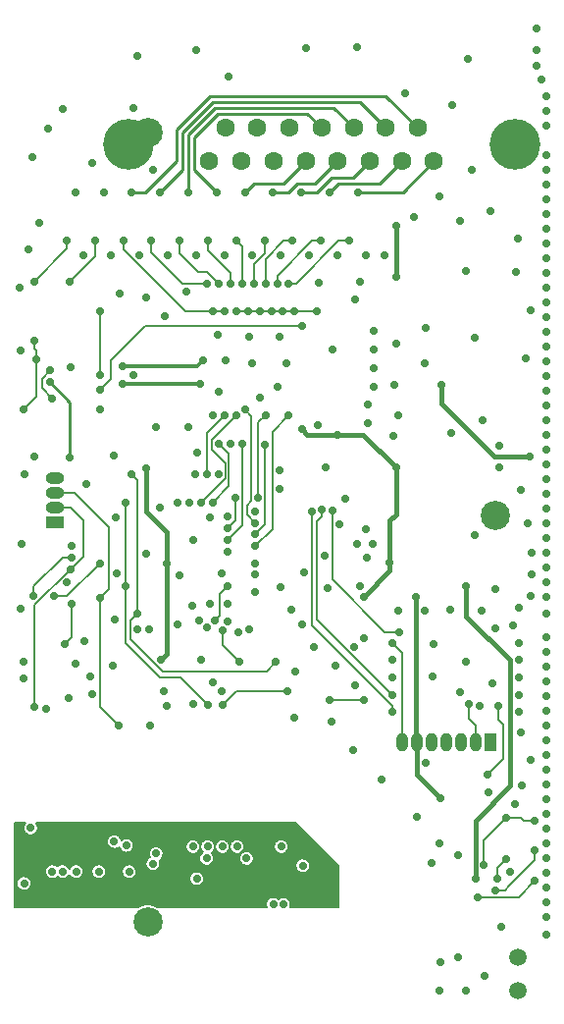
<source format=gbr>
*
%LPD*%
%LNIN2*%
%FSLAX24Y24*%
%MOIN*%
%AD*%
%ADD10C,0.006*%
%ADD19C,0.01*%
%ADD63C,0.008*%
%ADD64C,0.016*%
%ADD67C,0.014*%
%ADD70O,0.041X0.063*%
%ADD71R,0.041X0.063*%
%ADD72C,0.059*%
%ADD73O,0.063X0.041*%
%ADD74R,0.063X0.041*%
%ADD75C,0.099*%
%ADD76C,0.172*%
%ADD77C,0.063*%
%ADD78C,0.028*%
G54D10*
%SRX1Y1I0.0J0.0*%
G1X8921Y7040D2*
G1X9504Y6457D1*
G1X8879Y7040D2*
G1X9435Y6484D1*
G1X8444Y5895D2*
G1X9589Y7040D1*
G1X8421Y5957D2*
G1X9505Y7040D1*
G1X8434Y5927D2*
G1X9547Y7040D1*
G1X8964Y7040D2*
G1X10171Y5832D1*
G1X9267Y6463D2*
G1X9844Y7040D1*
G1X9006Y7040D2*
G1X10247Y5799D1*
G1X8449Y5858D2*
G1X9632Y7040D1*
G1X8449Y5814D2*
G1X9674Y7040D1*
G1X8624Y7040D2*
G1X9227Y6438D1*
G1X8582Y7040D2*
G1X9204Y6418D1*
G1X8539Y7040D2*
G1X9184Y6395D1*
G1X8497Y7040D2*
G1X9167Y6370D1*
G1X8455Y7040D2*
G1X9152Y6343D1*
G1X8836Y7040D2*
G1X9386Y6490D1*
G1X8794Y7040D2*
G1X9346Y6488D1*
G1X8752Y7040D2*
G1X9311Y6480D1*
G1X8709Y7040D2*
G1X9280Y6469D1*
G1X8667Y7040D2*
G1X9252Y6455D1*
G1X9473Y7040D2*
G1X11320Y5193D1*
G1X9515Y7040D2*
G1X11320Y5235D1*
G1X9430Y7040D2*
G1X11320Y5150D1*
G1X9388Y7040D2*
G1X11320Y5108D1*
G1X9346Y7040D2*
G1X11320Y5066D1*
G1X9303Y7040D2*
G1X11320Y5023D1*
G1X9303Y7040D2*
G1X11320Y5023D1*
G1X9261Y7040D2*
G1X11320Y4981D1*
G1X9218Y7040D2*
G1X11320Y4938D1*
G1X9176Y7040D2*
G1X11320Y4896D1*
G1X9812Y7040D2*
G1X11320Y5532D1*
G1X9850Y7040D2*
G1X11320Y5570D1*
G1X9770Y7040D2*
G1X11320Y5490D1*
G1X8437Y5760D2*
G1X9717Y7040D1*
G1X9727Y7040D2*
G1X11320Y5447D1*
G1X9685Y7040D2*
G1X11320Y5405D1*
G1X9643Y7040D2*
G1X11320Y5363D1*
G1X9600Y7040D2*
G1X11320Y5320D1*
G1X9558Y7040D2*
G1X11320Y5278D1*
G1X7539Y6433D2*
G1X8147Y7040D1*
G1X7515Y6450D2*
G1X8104Y7040D1*
G1X7561Y6412D2*
G1X8189Y7040D1*
G1X7457Y6478D2*
G1X8020Y7040D1*
G1X7488Y6466D2*
G1X8062Y7040D1*
G1X8085Y6384D2*
G1X8741Y7040D1*
G1X8066Y6407D2*
G1X8698Y7040D1*
G1X8101Y6357D2*
G1X8783Y7040D1*
G1X7581Y6389D2*
G1X8232Y7040D1*
G1X7597Y6363D2*
G1X8274Y7040D1*
G1X7339Y6487D2*
G1X7892Y7040D1*
G1X7309Y7040D2*
G1X7860Y6489D1*
G1X7278Y6468D2*
G1X7850Y7040D1*
G1X7267Y7040D2*
G1X7823Y6483D1*
G1X7224Y7040D2*
G1X7791Y6474D1*
G1X7423Y6486D2*
G1X7977Y7040D1*
G1X7394Y7040D2*
G1X7956Y6478D1*
G1X7385Y6490D2*
G1X7935Y7040D1*
G1X7351Y7040D2*
G1X7902Y6489D1*
G1X8252Y6085D2*
G1X9208Y7040D1*
G1X8412Y7040D2*
G1X9140Y6312D1*
G1X8285Y6075D2*
G1X9250Y7040D1*
G1X8242Y7040D2*
G1X9159Y6124D1*
G1X8215Y6090D2*
G1X9165Y7040D1*
G1X8386Y6007D2*
G1X9420Y7040D1*
G1X8365Y6028D2*
G1X9377Y7040D1*
G1X8405Y5983D2*
G1X9462Y7040D1*
G1X8315Y6062D2*
G1X9292Y7040D1*
G1X8341Y6046D2*
G1X9335Y7040D1*
G1X8124Y6296D2*
G1X8868Y7040D1*
G1X8114Y6328D2*
G1X8826Y7040D1*
G1X8118Y6162D2*
G1X8995Y7040D1*
G1X7109Y6341D2*
G1X7808Y7040D1*
G1X7611Y6335D2*
G1X8317Y7040D1*
G1X8370Y7040D2*
G1X9133Y6277D1*
G1X8327Y7040D2*
G1X9130Y6237D1*
G1X8285Y7040D2*
G1X9135Y6190D1*
G1X8171Y6088D2*
G1X9123Y7040D1*
G1X9630Y6232D2*
G1X10144Y6746D1*
G1X9628Y6272D2*
G1X10123Y6767D1*
G1X9623Y6183D2*
G1X10165Y6725D1*
G1X9595Y6112D2*
G1X10187Y6704D1*
G1X9597Y6364D2*
G1X10121Y5840D1*
G1X10165Y5834D2*
G1X10611Y6279D1*
G1X10128Y5839D2*
G1X10590Y6301D1*
G1X10198Y5824D2*
G1X10632Y6258D1*
G1X10085Y5839D2*
G1X10568Y6322D1*
G1X10031Y5827D2*
G1X10547Y6343D1*
G1X9578Y6392D2*
G1X10038Y6852D1*
G1X9558Y6415D2*
G1X10017Y6873D1*
G1X9595Y6367D2*
G1X10059Y6831D1*
G1X9511Y6453D2*
G1X9974Y6916D1*
G1X9536Y6435D2*
G1X9996Y6895D1*
G1X9624Y6295D2*
G1X10081Y5838D1*
G1X9630Y6246D2*
G1X10045Y5831D1*
G1X9628Y6206D2*
G1X10013Y5821D1*
G1X9610Y6339D2*
G1X10080Y6810D1*
G1X9621Y6308D2*
G1X10102Y6789D1*
G1X10317Y5731D2*
G1X10738Y6152D1*
G1X10298Y5755D2*
G1X10717Y6173D1*
G1X10332Y5704D2*
G1X10759Y6131D1*
G1X10253Y5795D2*
G1X10674Y6216D1*
G1X10277Y5776D2*
G1X10696Y6195D1*
G1X10360Y5604D2*
G1X10823Y6067D1*
G1X10355Y5641D2*
G1X10802Y6089D1*
G1X10358Y5560D2*
G1X10844Y6046D1*
G1X10345Y5675D2*
G1X10780Y6110D1*
G1X10345Y5505D2*
G1X10865Y6025D1*
G1X10227Y5811D2*
G1X10653Y6237D1*
G1X9620Y6171D2*
G1X9985Y5807D1*
G1X9609Y6140D2*
G1X9959Y5790D1*
G1X9595Y6112D2*
G1X9937Y5770D1*
G1X9578Y6087D2*
G1X9916Y5748D1*
G1X9558Y6064D2*
G1X9899Y5723D1*
G1X9535Y6044D2*
G1X9884Y5696D1*
G1X9510Y6027D2*
G1X9872Y5665D1*
G1X8129Y6259D2*
G1X8911Y7040D1*
G1X8044Y6428D2*
G1X8656Y7040D1*
G1X8129Y6216D2*
G1X8953Y7040D1*
G1X7994Y6463D2*
G1X8571Y7040D1*
G1X8020Y6447D2*
G1X8614Y7040D1*
G1X9453Y6479D2*
G1X9932Y6958D1*
G1X9418Y6487D2*
G1X9911Y6980D1*
G1X9484Y6468D2*
G1X9953Y6937D1*
G1X9379Y6490D2*
G1X9890Y7001D1*
G1X9332Y6485D2*
G1X9868Y7022D1*
G1X7931Y6485D2*
G1X8486Y7040D1*
G1X7894Y6490D2*
G1X8444Y7040D1*
G1X7964Y6475D2*
G1X8529Y7040D1*
G1X7850Y6488D2*
G1X8401Y7040D1*
G1X7794Y6475D2*
G1X8359Y7040D1*
G1X8123Y6183D2*
G1X8217Y6089D1*
G1X8113Y6151D2*
G1X8175Y6089D1*
G1X7094Y6369D2*
G1X7765Y7040D1*
G1X8129Y6262D2*
G1X8357Y6035D1*
G1X8129Y6220D2*
G1X8269Y6080D1*
G1X8100Y6122D2*
G1X8139Y6083D1*
G1X8116Y6075D2*
G1X9080Y7040D1*
G1X9483Y6012D2*
G1X9863Y5631D1*
G1X9452Y6000D2*
G1X9860Y5592D1*
G1X9417Y5993D2*
G1X9864Y5546D1*
G1X9377Y5990D2*
G1X9884Y5483D1*
G1X8084Y6095D2*
G1X8107Y6072D1*
G1X7791Y6006D2*
G1X7950Y5847D1*
G1X7611Y6144D2*
G1X7953Y5802D1*
G1X7597Y6116D2*
G1X7970Y5743D1*
G1X7963Y6004D2*
G1X7991Y5977D1*
G1X7930Y5995D2*
G1X7975Y5950D1*
G1X7892Y5990D2*
G1X7963Y5919D1*
G1X7848Y5992D2*
G1X7954Y5886D1*
G1X6876Y6490D2*
G1X7426Y7040D1*
G1X6842Y7040D2*
G1X7393Y6490D1*
G1X6885Y7040D2*
G1X7443Y6482D1*
G1X6800Y7040D2*
G1X7352Y6488D1*
G1X6828Y6484D2*
G1X7383Y7040D1*
G1X7182Y7040D2*
G1X7762Y6460D1*
G1X6981Y6468D2*
G1X7553Y7040D1*
G1X7009Y6454D2*
G1X7595Y7040D1*
G1X6916Y6487D2*
G1X7468Y7040D1*
G1X6950Y6480D2*
G1X7511Y7040D1*
G1X6475Y6471D2*
G1X7044Y7040D1*
G1X6443Y6482D2*
G1X7001Y7040D1*
G1X6418Y7040D2*
G1X6997Y6461D1*
G1X6407Y6488D2*
G1X6959Y7040D1*
G1X6376Y7040D2*
G1X6931Y6485D1*
G1X6757Y7040D2*
G1X7316Y6482D1*
G1X6715Y7040D2*
G1X7284Y6471D1*
G1X6760Y6460D2*
G1X7341Y7040D1*
G1X6504Y6457D2*
G1X7086Y7040D1*
G1X6673Y7040D2*
G1X7256Y6457D1*
G1X7012Y7040D2*
G1X7673Y6380D1*
G1X7034Y6437D2*
G1X7638Y7040D1*
G1X6970Y7040D2*
G1X7657Y6353D1*
G1X6927Y7040D2*
G1X7520Y6447D1*
G1X6606Y6347D2*
G1X7298Y7040D1*
G1X7139Y7040D2*
G1X7735Y6444D1*
G1X7097Y7040D2*
G1X7712Y6425D1*
G1X7077Y6394D2*
G1X7723Y7040D1*
G1X7057Y6417D2*
G1X7680Y7040D1*
G1X7054Y7040D2*
G1X7691Y6404D1*
G1X6552Y6421D2*
G1X7171Y7040D1*
G1X6529Y6441D2*
G1X7129Y7040D1*
G1X6545Y7040D2*
G1X7187Y6399D1*
G1X6503Y7040D2*
G1X7169Y6374D1*
G1X6461Y7040D2*
G1X7154Y6347D1*
G1X6630Y7040D2*
G1X7230Y6440D1*
G1X6591Y6375D2*
G1X7256Y7040D1*
G1X6588Y7040D2*
G1X7207Y6421D1*
G1X6573Y6399D2*
G1X7214Y7040D1*
G1X6248Y7040D2*
G1X6809Y6480D1*
G1X6206Y7040D2*
G1X6778Y6468D1*
G1X6164Y7040D2*
G1X6750Y6454D1*
G1X6121Y7040D2*
G1X6725Y6436D1*
G1X6079Y7040D2*
G1X6703Y6416D1*
G1X6366Y6490D2*
G1X6917Y7040D1*
G1X6333Y7040D2*
G1X6883Y6490D1*
G1X6316Y6482D2*
G1X6874Y7040D1*
G1X6291Y7040D2*
G1X6843Y6487D1*
G1X6236Y6445D2*
G1X6832Y7040D1*
G1X5739Y7040D2*
G1X6302Y6477D1*
G1X5697Y7040D2*
G1X6272Y6465D1*
G1X5654Y7040D2*
G1X6244Y6450D1*
G1X5612Y7040D2*
G1X6220Y6432D1*
G1X5570Y7040D2*
G1X6198Y6411D1*
G1X5867Y7040D2*
G1X6420Y6487D1*
G1X6036Y7040D2*
G1X6683Y6394D1*
G1X5824Y7040D2*
G1X6374Y6490D1*
G1X5782Y7040D2*
G1X6336Y6486D1*
G1X5380Y6012D2*
G1X6407Y7040D1*
G1X5375Y6050D2*
G1X6365Y7040D1*
G1X5378Y5968D2*
G1X6450Y7040D1*
G1X5353Y6113D2*
G1X6280Y7040D1*
G1X5366Y6083D2*
G1X6323Y7040D1*
G1X5994Y7040D2*
G1X6665Y6368D1*
G1X5951Y7040D2*
G1X6651Y6340D1*
G1X5270Y5648D2*
G1X6662Y7040D1*
G1X5262Y5598D2*
G1X6704Y7040D1*
G1X5228Y5521D2*
G1X6747Y7040D1*
G1X5219Y6234D2*
G1X6026Y7040D1*
G1X5187Y6243D2*
G1X5983Y7040D1*
G1X5248Y6220D2*
G1X6068Y7040D1*
G1X5107Y6249D2*
G1X5898Y7040D1*
G1X5054Y6238D2*
G1X5856Y7040D1*
G1X5319Y6164D2*
G1X6195Y7040D1*
G1X5337Y6140D2*
G1X6238Y7040D1*
G1X5274Y6204D2*
G1X6110Y7040D1*
G1X5230Y7040D2*
G1X6180Y6091D1*
G1X7622Y6303D2*
G1X7645Y6326D1*
G1X7587Y6380D2*
G1X7644Y6323D1*
G1X7120Y6310D2*
G1X7152Y6342D1*
G1X7622Y6176D2*
G1X7646Y6151D1*
G1X7120Y6169D2*
G1X7153Y6136D1*
G1X7583Y6095D2*
G1X7645Y6156D1*
G1X7027Y6005D2*
G1X7154Y6132D1*
G1X7046Y5982D2*
G1X7170Y6105D1*
G1X7101Y6357D2*
G1X7142Y6316D1*
G1X6618Y6317D2*
G1X6660Y6360D1*
G1X6609Y6340D2*
G1X6640Y6309D1*
G1X7099Y6119D2*
G1X7142Y6163D1*
G1X6617Y6162D2*
G1X6662Y6117D1*
G1X6608Y6137D2*
G1X6640Y6170D1*
G1X6605Y6132D2*
G1X6694Y6043D1*
G1X6760Y5144D2*
G1X7692Y6076D1*
G1X6758Y5184D2*
G1X7673Y6100D1*
G1X6754Y5096D2*
G1X7713Y6054D1*
G1X6739Y5250D2*
G1X7525Y6037D1*
G1X6750Y5219D2*
G1X7657Y6126D1*
G1X6725Y5278D2*
G1X7445Y5999D1*
G1X7076Y5757D2*
G1X7317Y5998D1*
G1X6727Y5026D2*
G1X7736Y6035D1*
G1X6688Y5326D2*
G1X7353Y5991D1*
G1X6707Y5303D2*
G1X7394Y5990D1*
G1X7084Y5893D2*
G1X7231Y6039D1*
G1X7075Y5926D2*
G1X7208Y6059D1*
G1X7090Y5855D2*
G1X7257Y6023D1*
G1X7062Y5955D2*
G1X7187Y6081D1*
G1X7088Y5812D2*
G1X7285Y6009D1*
G1X6665Y5346D2*
G1X6923Y5604D1*
G1X6612Y5378D2*
G1X6825Y5590D1*
G1X6640Y5363D2*
G1X6868Y5592D1*
G1X6590Y6104D2*
G1X6671Y6024D1*
G1X6572Y6080D2*
G1X6650Y6002D1*
G1X5909Y7040D2*
G1X6480Y6469D1*
G1X5364Y5911D2*
G1X6492Y7040D1*
G1X6551Y6058D2*
G1X6632Y5978D1*
G1X6528Y6039D2*
G1X6616Y5951D1*
G1X6503Y6022D2*
G1X6604Y5921D1*
G1X6474Y6008D2*
G1X6595Y5888D1*
G1X6442Y5998D2*
G1X6590Y5850D1*
G1X5400Y7040D2*
G1X6138Y6302D1*
G1X5357Y7040D2*
G1X6131Y6266D1*
G1X5315Y7040D2*
G1X6130Y6225D1*
G1X5150Y6249D2*
G1X5941Y7040D1*
G1X5273Y7040D2*
G1X6139Y6174D1*
G1X5527Y7040D2*
G1X6179Y6388D1*
G1X5485Y7040D2*
G1X6162Y6363D1*
G1X5442Y7040D2*
G1X6148Y6334D1*
G1X5298Y6185D2*
G1X6153Y7040D1*
G1X6406Y5991D2*
G1X6592Y5805D1*
G1X6393Y5371D2*
G1X6675Y5653D1*
G1X6365Y5990D2*
G1X6608Y5747D1*
G1X5268Y5689D2*
G1X6620Y7040D1*
G1X6547Y5397D2*
G1X6754Y5605D1*
G1X6507Y5400D2*
G1X6725Y5618D1*
G1X6581Y5390D2*
G1X6787Y5596D1*
G1X6459Y5395D2*
G1X6698Y5634D1*
G1X5262Y5724D2*
G1X6577Y7040D1*
G1X5355Y6109D2*
G1X6265Y5199D1*
G1X5376Y6046D2*
G1X6260Y5161D1*
G1X5251Y5756D2*
G1X6535Y7040D1*
G1X4933Y7040D2*
G1X6585Y5389D1*
G1X5380Y5999D2*
G1X6262Y5117D1*
G1X5377Y5960D2*
G1X6277Y5060D1*
G1X9133Y7040D2*
G1X11320Y4853D1*
G1X9651Y4429D2*
G1X11056Y5834D1*
G1X9668Y4403D2*
G1X11077Y5813D1*
G1X9091Y7040D2*
G1X11320Y4811D1*
G1X9049Y7040D2*
G1X11320Y4769D1*
G1X10352Y5651D2*
G1X11320Y4684D1*
G1X10319Y5727D2*
G1X11320Y4726D1*
G1X9699Y4307D2*
G1X11141Y5749D1*
G1X9682Y4374D2*
G1X11099Y5792D1*
G1X9692Y4343D2*
G1X11120Y5770D1*
G1X9528Y4518D2*
G1X10950Y5940D1*
G1X9494Y4526D2*
G1X10929Y5961D1*
G1X9558Y4505D2*
G1X10971Y5919D1*
G1X9455Y4530D2*
G1X10908Y5983D1*
G1X9410Y4527D2*
G1X10887Y6004D1*
G1X9610Y4472D2*
G1X11014Y5876D1*
G1X9585Y4490D2*
G1X10993Y5898D1*
G1X9632Y4452D2*
G1X11035Y5855D1*
G1X8361Y5649D2*
G1X9482Y4528D1*
G1X8383Y5669D2*
G1X9538Y4514D1*
G1X9264Y6019D2*
G1X11112Y4170D1*
G1X8332Y4170D2*
G1X10526Y6364D1*
G1X9330Y5995D2*
G1X11155Y4170D1*
G1X8247Y4170D2*
G1X10484Y6407D1*
G1X8289Y4170D2*
G1X10505Y6386D1*
G1X9732Y4170D2*
G1X11226Y5664D1*
G1X9700Y4265D2*
G1X11162Y5728D1*
G1X9774Y4170D2*
G1X11247Y5643D1*
G1X9691Y4214D2*
G1X11184Y5707D1*
G1X9689Y4170D2*
G1X11205Y5686D1*
G1X8449Y5815D2*
G1X10094Y4170D1*
G1X8443Y5779D2*
G1X10052Y4170D1*
G1X8449Y5857D2*
G1X10137Y4170D1*
G1X8395Y5997D2*
G1X10221Y4170D1*
G1X8440Y5909D2*
G1X10179Y4170D1*
G1X8418Y5718D2*
G1X9967Y4170D1*
G1X8432Y5747D2*
G1X10009Y4170D1*
G1X8374Y4170D2*
G1X9873Y5669D1*
G1X8402Y5693D2*
G1X9924Y4170D1*
G1X7564Y7040D2*
G1X10434Y4170D1*
G1X7521Y7040D2*
G1X10391Y4170D1*
G1X7606Y7040D2*
G1X10476Y4170D1*
G1X7436Y7040D2*
G1X10306Y4170D1*
G1X7479Y7040D2*
G1X10349Y4170D1*
G1X7776Y7040D2*
G1X10646Y4170D1*
G1X7733Y7040D2*
G1X10603Y4170D1*
G1X7818Y7040D2*
G1X10688Y4170D1*
G1X7648Y7040D2*
G1X10518Y4170D1*
G1X7691Y7040D2*
G1X10561Y4170D1*
G1X7738Y4170D2*
G1X10229Y6661D1*
G1X7695Y4170D2*
G1X10208Y6683D1*
G1X7780Y4170D2*
G1X10250Y6640D1*
G1X6889Y4170D2*
G1X9759Y7040D1*
G1X6932Y4170D2*
G1X9802Y7040D1*
G1X7653Y4170D2*
G1X9508Y6025D1*
G1X7822Y4170D2*
G1X10271Y6619D1*
G1X7568Y4170D2*
G1X9388Y5990D1*
G1X7610Y4170D2*
G1X9437Y5997D1*
G1X8158Y7040D2*
G1X11028Y4170D1*
G1X8115Y7040D2*
G1X10985Y4170D1*
G1X8200Y7040D2*
G1X11070Y4170D1*
G1X8030Y7040D2*
G1X10900Y4170D1*
G1X8073Y7040D2*
G1X10943Y4170D1*
G1X7988Y7040D2*
G1X10858Y4170D1*
G1X7945Y7040D2*
G1X10815Y4170D1*
G1X8204Y4170D2*
G1X10462Y6428D1*
G1X7861Y7040D2*
G1X10731Y4170D1*
G1X7903Y7040D2*
G1X10773Y4170D1*
G1X7992Y4170D2*
G1X10356Y6534D1*
G1X7950Y4170D2*
G1X10335Y6555D1*
G1X8035Y4170D2*
G1X10377Y6513D1*
G1X7865Y4170D2*
G1X10293Y6598D1*
G1X7907Y4170D2*
G1X10314Y6576D1*
G1X8119Y4170D2*
G1X10420Y6470D1*
G1X8162Y4170D2*
G1X10441Y6449D1*
G1X8077Y4170D2*
G1X10399Y6492D1*
G1X8118Y6316D2*
G1X10264Y4170D1*
G1X10835Y4170D2*
G1X11320Y4655D1*
G1X10792Y4170D2*
G1X11320Y4698D1*
G1X10877Y4170D2*
G1X11320Y4613D1*
G1X10185Y5352D2*
G1X11320Y4217D1*
G1X10750Y4170D2*
G1X11320Y4740D1*
G1X11174Y4170D2*
G1X11320Y4316D1*
G1X11004Y4170D2*
G1X11320Y4486D1*
G1X11259Y4170D2*
G1X11320Y4231D1*
G1X10920Y4170D2*
G1X11320Y4570D1*
G1X10962Y4170D2*
G1X11320Y4528D1*
G1X10358Y5561D2*
G1X11320Y4599D1*
G1X10360Y5601D2*
G1X11320Y4641D1*
G1X10351Y5525D2*
G1X11320Y4556D1*
G1X10341Y5493D2*
G1X11320Y4514D1*
G1X10327Y5465D2*
G1X11320Y4472D1*
G1X10290Y5417D2*
G1X11320Y4387D1*
G1X10310Y5439D2*
G1X11320Y4429D1*
G1X10268Y5396D2*
G1X11320Y4344D1*
G1X10243Y5379D2*
G1X11320Y4302D1*
G1X10216Y5364D2*
G1X11320Y4259D1*
G1X10453Y4170D2*
G1X11320Y5037D1*
G1X10241Y4170D2*
G1X11320Y5249D1*
G1X10495Y4170D2*
G1X11320Y4995D1*
G1X10156Y4170D2*
G1X11320Y5334D1*
G1X10198Y4170D2*
G1X11320Y5292D1*
G1X10665Y4170D2*
G1X11320Y4825D1*
G1X10623Y4170D2*
G1X11320Y4867D1*
G1X10707Y4170D2*
G1X11320Y4783D1*
G1X10538Y4170D2*
G1X11320Y4952D1*
G1X10580Y4170D2*
G1X11320Y4910D1*
G1X10410Y4170D2*
G1X11320Y5080D1*
G1X10368Y4170D2*
G1X11320Y5122D1*
G1X11320Y4170D2*
G1X11320Y5570D1*
G1X10283Y4170D2*
G1X11320Y5207D1*
G1X10326Y4170D2*
G1X11320Y5164D1*
G1X11132Y4170D2*
G1X11320Y4358D1*
G1X11217Y4170D2*
G1X11320Y4273D1*
G1X11047Y4170D2*
G1X11320Y4443D1*
G1X11089Y4170D2*
G1X11320Y4401D1*
G1X9944Y4170D2*
G1X11320Y5546D1*
G1X9901Y4170D2*
G1X11311Y5579D1*
G1X9986Y4170D2*
G1X11320Y5504D1*
G1X9817Y4170D2*
G1X11268Y5622D1*
G1X9859Y4170D2*
G1X11290Y5601D1*
G1X9349Y4509D2*
G1X10195Y5355D1*
G1X9270Y4472D2*
G1X10140Y5342D1*
G1X10151Y5343D2*
G1X11320Y4175D1*
G1X9218Y4505D2*
G1X10058Y5345D1*
G1X9246Y4490D2*
G1X10096Y5340D1*
G1X9070Y4527D2*
G1X9945Y5402D1*
G1X8337Y5631D2*
G1X9438Y4530D1*
G1X9010Y4509D2*
G1X9924Y5423D1*
G1X8310Y5615D2*
G1X9400Y4525D1*
G1X8279Y5603D2*
G1X9367Y4516D1*
G1X9188Y4517D2*
G1X10025Y5355D1*
G1X9116Y4530D2*
G1X9969Y5383D1*
G1X9154Y4526D2*
G1X9996Y5368D1*
G1X10071Y4170D2*
G1X11320Y5419D1*
G1X10029Y4170D2*
G1X11320Y5461D1*
G1X10113Y4170D2*
G1X11320Y5377D1*
G1X8586Y4170D2*
G1X9889Y5473D1*
G1X8629Y4170D2*
G1X9905Y5447D1*
G1X10066Y5344D2*
G1X11240Y4170D1*
G1X10003Y5364D2*
G1X11197Y4170D1*
G1X10112Y5340D2*
G1X11282Y4170D1*
G1X9674Y4170D2*
G1X11320Y4170D1*
G1X9684Y4368D2*
G1X9882Y4170D1*
G1X8544Y4170D2*
G1X9876Y5502D1*
G1X8501Y4170D2*
G1X9866Y5535D1*
G1X9698Y4312D2*
G1X9840Y4170D1*
G1X8416Y4170D2*
G1X9861Y5615D1*
G1X8459Y4170D2*
G1X9861Y5572D1*
G1X9695Y4230D2*
G1X9755Y4170D1*
G1X9700Y4268D2*
G1X9797Y4170D1*
G1X9686Y4197D2*
G1X9712Y4170D1*
G1X7580Y6090D2*
G1X9142Y4528D1*
G1X7561Y6067D2*
G1X9098Y4530D1*
G1X7539Y6047D2*
G1X9060Y4525D1*
G1X7271Y4170D2*
G1X9185Y6084D1*
G1X7313Y4170D2*
G1X9205Y6062D1*
G1X7514Y6029D2*
G1X9027Y4516D1*
G1X7487Y6014D2*
G1X8997Y4503D1*
G1X7526Y4170D2*
G1X9348Y5992D1*
G1X7356Y4170D2*
G1X9228Y6042D1*
G1X7441Y4170D2*
G1X9281Y6010D1*
G1X7108Y6138D2*
G1X8877Y4369D1*
G1X7094Y6110D2*
G1X8867Y4337D1*
G1X7076Y6085D2*
G1X8861Y4300D1*
G1X7056Y6063D2*
G1X8861Y4258D1*
G1X7034Y6043D2*
G1X8872Y4205D1*
G1X7456Y6002D2*
G1X8971Y4488D1*
G1X7422Y5994D2*
G1X8947Y4469D1*
G1X7383Y5990D2*
G1X8925Y4448D1*
G1X7337Y5994D2*
G1X8906Y4425D1*
G1X7276Y6013D2*
G1X8890Y4399D1*
G1X7101Y4170D2*
G1X9133Y6202D1*
G1X7059Y4170D2*
G1X9130Y6241D1*
G1X7144Y4170D2*
G1X9141Y6167D1*
G1X6974Y4170D2*
G1X9157Y6353D1*
G1X7016Y4170D2*
G1X9135Y6288D1*
G1X7398Y4170D2*
G1X9253Y6025D1*
G1X7229Y4170D2*
G1X9167Y6109D1*
G1X7483Y4170D2*
G1X9312Y5999D1*
G1X7008Y6025D2*
G1X8864Y4170D1*
G1X7186Y4170D2*
G1X9152Y6136D1*
G1X7089Y5818D2*
G1X8737Y4170D1*
G1X7083Y5781D2*
G1X8694Y4170D1*
G1X7089Y5860D2*
G1X8779Y4170D1*
G1X7073Y5749D2*
G1X8652Y4170D1*
G1X7079Y5912D2*
G1X8821Y4170D1*
G1X7043Y5694D2*
G1X8567Y4170D1*
G1X7059Y5720D2*
G1X8609Y4170D1*
G1X6465Y4170D2*
G1X7994Y5699D1*
G1X6507Y4170D2*
G1X8012Y5675D1*
G1X6168Y4170D2*
G1X9038Y7040D1*
G1X6125Y4170D2*
G1X7958Y6002D1*
G1X6314Y5999D2*
G1X8143Y4170D1*
G1X5956Y4170D2*
G1X7792Y6006D1*
G1X5998Y4170D2*
G1X7824Y5996D1*
G1X6210Y4170D2*
G1X7965Y5924D1*
G1X6338Y4170D2*
G1X7955Y5788D1*
G1X6380Y4170D2*
G1X7965Y5755D1*
G1X6041Y4170D2*
G1X7861Y5991D1*
G1X6083Y4170D2*
G1X7904Y5991D1*
G1X4993Y4268D2*
G1X6591Y5866D1*
G1X5026Y4259D2*
G1X6591Y5823D1*
G1X5913Y4170D2*
G1X7763Y6019D1*
G1X4921Y4281D2*
G1X6703Y6063D1*
G1X4958Y4275D2*
G1X6603Y5921D1*
G1X5117Y4223D2*
G1X6619Y5724D1*
G1X5145Y4208D2*
G1X6635Y5697D1*
G1X5058Y4248D2*
G1X6596Y5786D1*
G1X5088Y4236D2*
G1X6606Y5753D1*
G1X5145Y7040D2*
G1X8015Y4170D1*
G1X5103Y7040D2*
G1X7973Y4170D1*
G1X5188Y7040D2*
G1X8058Y4170D1*
G1X5018Y7040D2*
G1X7888Y4170D1*
G1X5060Y7040D2*
G1X7930Y4170D1*
G1X6253Y4170D2*
G1X7952Y5869D1*
G1X6295Y4170D2*
G1X7950Y5825D1*
G1X6422Y4170D2*
G1X7978Y5725D1*
G1X4976Y7040D2*
G1X7846Y4170D1*
G1X6231Y6040D2*
G1X8100Y4170D1*
G1X5357Y5895D2*
G1X7082Y4170D1*
G1X5342Y5868D2*
G1X7040Y4170D1*
G1X5369Y5926D2*
G1X7124Y4170D1*
G1X5304Y5821D2*
G1X6955Y4170D1*
G1X5324Y5843D2*
G1X6997Y4170D1*
G1X5269Y5686D2*
G1X6785Y4170D1*
G1X5281Y5801D2*
G1X6912Y4170D1*
G1X5256Y5784D2*
G1X6870Y4170D1*
G1X5257Y5741D2*
G1X6827Y4170D1*
G1X8246Y5594D2*
G1X9337Y4503D1*
G1X8207Y5590D2*
G1X9310Y4487D1*
G1X8103Y5610D2*
G1X9199Y4514D1*
G1X8162Y5593D2*
G1X9286Y4469D1*
G1X8798Y4170D2*
G1X8864Y4236D1*
G1X8756Y4170D2*
G1X8860Y4274D1*
G1X8841Y4170D2*
G1X8873Y4202D1*
G1X8671Y4170D2*
G1X8881Y4380D1*
G1X8713Y4170D2*
G1X8863Y4320D1*
G1X7002Y5650D2*
G1X8482Y4170D1*
G1X6978Y5632D2*
G1X8440Y4170D1*
G1X7024Y5671D2*
G1X8524Y4170D1*
G1X6921Y5604D2*
G1X8355Y4170D1*
G1X6951Y5616D2*
G1X8397Y4170D1*
G1X6850Y5590D2*
G1X8270Y4170D1*
G1X6888Y5595D2*
G1X8312Y4170D1*
G1X6805Y5592D2*
G1X8227Y4170D1*
G1X6847Y4170D2*
G1X8280Y5603D1*
G1X6719Y4170D2*
G1X8145Y5596D1*
G1X6677Y4170D2*
G1X8113Y5606D1*
G1X6747Y5608D2*
G1X8185Y4170D1*
G1X6592Y4170D2*
G1X8057Y5635D1*
G1X6635Y4170D2*
G1X8083Y5619D1*
G1X6762Y4170D2*
G1X8182Y5591D1*
G1X6759Y5129D2*
G1X7718Y4170D1*
G1X6804Y4170D2*
G1X8226Y5591D1*
G1X6749Y5225D2*
G1X7803Y4170D1*
G1X6759Y5172D2*
G1X7761Y4170D1*
G1X6743Y5060D2*
G1X7633Y4170D1*
G1X6730Y5031D2*
G1X7591Y4170D1*
G1X6753Y5093D2*
G1X7676Y4170D1*
G1X6695Y4982D2*
G1X7506Y4170D1*
G1X6714Y5005D2*
G1X7549Y4170D1*
G1X6649Y4942D2*
G1X7421Y4170D1*
G1X6673Y4961D2*
G1X7464Y4170D1*
G1X6593Y4914D2*
G1X7337Y4170D1*
G1X6622Y4927D2*
G1X7379Y4170D1*
G1X6420Y4917D2*
G1X7167Y4170D1*
G1X5871Y4170D2*
G1X6634Y4933D1*
G1X6550Y4170D2*
G1X8033Y5654D1*
G1X5172Y4192D2*
G1X6653Y5674D1*
G1X5701Y4170D2*
G1X6441Y4910D1*
G1X6521Y4900D2*
G1X7252Y4170D1*
G1X6477Y4902D2*
G1X7209Y4170D1*
G1X6559Y4905D2*
G1X7294Y4170D1*
G1X5744Y4170D2*
G1X6476Y4902D1*
G1X5786Y4170D2*
G1X6516Y4900D1*
G1X5447Y4170D2*
G1X6297Y5020D1*
G1X5404Y4170D2*
G1X6282Y5048D1*
G1X5489Y4170D2*
G1X6314Y4995D1*
G1X5197Y4175D2*
G1X6289Y5267D1*
G1X5362Y4170D2*
G1X6270Y5079D1*
G1X5616Y4170D2*
G1X6382Y4935D1*
G1X5659Y4170D2*
G1X6410Y4921D1*
G1X5531Y4170D2*
G1X6334Y4972D1*
G1X5574Y4170D2*
G1X6357Y4953D1*
G1X5264Y5606D2*
G1X6700Y4170D1*
G1X5254Y5573D2*
G1X6658Y4170D1*
G1X5269Y5643D2*
G1X6743Y4170D1*
G1X5225Y5517D2*
G1X6573Y4170D1*
G1X5241Y5544D2*
G1X6615Y4170D1*
G1X5205Y4170D2*
G1X8885Y4170D1*
G1X5207Y5494D2*
G1X6530Y4170D1*
G1X5828Y4170D2*
G1X6564Y4906D1*
G1X5162Y5454D2*
G1X6446Y4170D1*
G1X5185Y5473D2*
G1X6488Y4170D1*
G1X5106Y5425D2*
G1X6361Y4170D1*
G1X5073Y5416D2*
G1X6318Y4170D1*
G1X5135Y5438D2*
G1X6403Y4170D1*
G1X4937Y5424D2*
G1X6191Y4170D1*
G1X4992Y5412D2*
G1X6233Y4170D1*
G1X5277Y4170D2*
G1X6260Y5153D1*
G1X5319Y4170D2*
G1X6263Y5113D1*
G1X5035Y5410D2*
G1X6276Y4170D1*
G1X5235Y4170D2*
G1X6265Y5201D1*
G1X4368Y6315D2*
G1X5092Y7040D1*
G1X4360Y6350D2*
G1X5050Y7040D1*
G1X4297Y7040D2*
G1X5090Y6247D1*
G1X4254Y7040D2*
G1X5056Y6239D1*
G1X4212Y7040D2*
G1X5025Y6227D1*
G1X4382Y7040D2*
G1X5176Y6246D1*
G1X4370Y6275D2*
G1X5135Y7040D1*
G1X4424Y7040D2*
G1X5239Y6225D1*
G1X4339Y7040D2*
G1X5129Y6250D1*
G1X4364Y6227D2*
G1X5177Y7040D1*
G1X4249Y6494D2*
G1X4795Y7040D1*
G1X4221Y6509D2*
G1X4753Y7040D1*
G1X4274Y6477D2*
G1X4838Y7040D1*
G1X4155Y6527D2*
G1X4668Y7040D1*
G1X4190Y6520D2*
G1X4710Y7040D1*
G1X4334Y6409D2*
G1X4965Y7040D1*
G1X4317Y6434D2*
G1X4923Y7040D1*
G1X4349Y6381D2*
G1X5007Y7040D1*
G1X4297Y6457D2*
G1X4880Y7040D1*
G1X4170Y7040D2*
G1X4998Y6212D1*
G1X4679Y7040D2*
G1X6365Y5354D1*
G1X4636Y7040D2*
G1X6342Y5335D1*
G1X4594Y7040D2*
G1X6321Y5313D1*
G1X4551Y7040D2*
G1X6302Y5289D1*
G1X4509Y7040D2*
G1X6287Y5262D1*
G1X4891Y7040D2*
G1X6532Y5399D1*
G1X4848Y7040D2*
G1X6489Y5399D1*
G1X4806Y7040D2*
G1X6453Y5393D1*
G1X4763Y7040D2*
G1X6420Y5383D1*
G1X4721Y7040D2*
G1X6391Y5370D1*
G1X4201Y5640D2*
G1X5601Y7040D1*
G1X4339Y6160D2*
G1X5220Y7040D1*
G1X4242Y5638D2*
G1X5644Y7040D1*
G1X4127Y7040D2*
G1X4973Y6194D1*
G1X4152Y5633D2*
G1X5559Y7040D1*
G1X4337Y5606D2*
G1X5771Y7040D1*
G1X4362Y5588D2*
G1X5814Y7040D1*
G1X4277Y5631D2*
G1X5686Y7040D1*
G1X4308Y5620D2*
G1X5729Y7040D1*
G1X3896Y6565D2*
G1X4371Y7040D1*
G1X3876Y6587D2*
G1X4329Y7040D1*
G1X3913Y6540D2*
G1X4413Y7040D1*
G1X3854Y6607D2*
G1X4286Y7040D1*
G1X3703Y7040D2*
G1X4248Y6495D1*
G1X4116Y6530D2*
G1X4626Y7040D1*
G1X4068Y6524D2*
G1X4583Y7040D1*
G1X4000Y6499D2*
G1X4541Y7040D1*
G1X1053Y7040D2*
G1X9850Y7040D1*
G1X3928Y6512D2*
G1X4456Y7040D1*
G1X3279Y7040D2*
G1X3662Y6657D1*
G1X3236Y7040D2*
G1X3627Y6649D1*
G1X3491Y7040D2*
G1X4021Y6510D1*
G1X3194Y7040D2*
G1X3596Y6637D1*
G1X3151Y7040D2*
G1X3569Y6623D1*
G1X3800Y6639D2*
G1X4201Y7040D1*
G1X3828Y6625D2*
G1X4244Y7040D1*
G1X3646Y6654D2*
G1X4032Y7040D1*
G1X3660Y7040D2*
G1X4177Y6523D1*
G1X3957Y7040D2*
G1X4900Y6098D1*
G1X3915Y7040D2*
G1X4889Y6066D1*
G1X3873Y7040D2*
G1X4882Y6031D1*
G1X3830Y7040D2*
G1X4880Y5990D1*
G1X3788Y7040D2*
G1X4887Y5940D1*
G1X4085Y7040D2*
G1X4951Y6174D1*
G1X4042Y7040D2*
G1X4931Y6151D1*
G1X4080Y5604D2*
G1X5517Y7040D1*
G1X4000Y7040D2*
G1X4914Y6126D1*
G1X3745Y7040D2*
G1X4904Y5881D1*
G1X2345Y7040D2*
G1X3962Y5423D1*
G1X2521Y5614D2*
G1X3947Y7040D1*
G1X2303Y7040D2*
G1X3960Y5383D1*
G1X2108Y5583D2*
G1X3565Y7040D1*
G1X2130Y5563D2*
G1X3607Y7040D1*
G1X3940Y6481D2*
G1X4498Y7040D1*
G1X2472Y7040D2*
G1X3995Y5518D1*
G1X2260Y7040D2*
G1X3966Y5334D1*
G1X2218Y7040D2*
G1X3994Y5264D1*
G1X4335Y6408D2*
G1X4877Y5865D1*
G1X4363Y6337D2*
G1X4854Y5847D1*
G1X4370Y6288D2*
G1X4833Y5825D1*
G1X3769Y6650D2*
G1X4159Y7040D1*
G1X4368Y6248D2*
G1X4814Y5802D1*
G1X4361Y6212D2*
G1X4798Y5775D1*
G1X4350Y6181D2*
G1X4785Y5746D1*
G1X3734Y6658D2*
G1X4116Y7040D1*
G1X3694Y6660D2*
G1X4074Y7040D1*
G1X3618Y7040D2*
G1X4128Y6530D1*
G1X3576Y7040D2*
G1X4088Y6528D1*
G1X3533Y7040D2*
G1X4052Y6521D1*
G1X3577Y6627D2*
G1X3989Y7040D1*
G1X3923Y6523D2*
G1X3968Y6478D1*
G1X3852Y6212D2*
G1X3897Y6167D1*
G1X3448Y7040D2*
G1X3993Y6495D1*
G1X4385Y5569D2*
G1X4892Y6076D1*
G1X4405Y5547D2*
G1X4881Y6023D1*
G1X4422Y5522D2*
G1X4881Y5980D1*
G1X4335Y6153D2*
G1X4776Y5713D1*
G1X4276Y6085D2*
G1X4784Y5577D1*
G1X4457Y5429D2*
G1X4793Y5765D1*
G1X4460Y5390D2*
G1X4774Y5703D1*
G1X4437Y5494D2*
G1X4887Y5943D1*
G1X4449Y5463D2*
G1X4896Y5911D1*
G1X3732Y6162D2*
G1X4259Y5635D1*
G1X3692Y6160D2*
G1X4212Y5640D1*
G1X3767Y6169D2*
G1X4325Y5612D1*
G1X3643Y6167D2*
G1X4172Y5637D1*
G1X3571Y6196D2*
G1X4138Y5629D1*
G1X4455Y5343D2*
G1X4770Y5657D1*
G1X4434Y5278D2*
G1X4774Y5618D1*
G1X4318Y6128D2*
G1X4770Y5675D1*
G1X4298Y6105D2*
G1X4772Y5632D1*
G1X2491Y5627D2*
G1X3904Y7040D1*
G1X2457Y5635D2*
G1X3862Y7040D1*
G1X2642Y7040D2*
G1X4079Y5603D1*
G1X2419Y5640D2*
G1X3819Y7040D1*
G1X2375Y5637D2*
G1X3777Y7040D1*
G1X3287Y5616D2*
G1X3880Y6210D1*
G1X3406Y7040D2*
G1X3813Y6633D1*
G1X3314Y5601D2*
G1X3891Y6179D1*
G1X3256Y5628D2*
G1X3817Y6189D1*
G1X2685Y7040D2*
G1X4107Y5618D1*
G1X3363Y7040D2*
G1X3748Y6655D1*
G1X3321Y7040D2*
G1X3701Y6660D1*
G1X3109Y7040D2*
G1X3544Y6605D1*
G1X2316Y5622D2*
G1X3735Y7040D1*
G1X2084Y5601D2*
G1X3522Y7040D1*
G1X3183Y5640D2*
G1X3703Y6160D1*
G1X3222Y5636D2*
G1X3751Y6165D1*
G1X3137Y5636D2*
G1X3663Y6163D1*
G1X3075Y5617D2*
G1X3629Y6170D1*
G1X2600Y7040D2*
G1X4054Y5586D1*
G1X2557Y7040D2*
G1X4032Y5565D1*
G1X3411Y5486D2*
G1X3991Y6066D1*
G1X2515Y7040D2*
G1X4012Y5543D1*
G1X2430Y7040D2*
G1X3981Y5489D1*
G1X3430Y5377D2*
G1X4085Y6033D1*
G1X3428Y5419D2*
G1X4050Y6040D1*
G1X3422Y5327D2*
G1X4125Y6030D1*
G1X3422Y5454D2*
G1X4019Y6051D1*
G1X3387Y5250D2*
G1X4173Y6036D1*
G1X2388Y7040D2*
G1X3969Y5458D1*
G1X2659Y5371D2*
G1X3523Y6234D1*
G1X2650Y5319D2*
G1X3545Y6214D1*
G1X2150Y5540D2*
G1X3650Y7040D1*
G1X2167Y5515D2*
G1X3692Y7040D1*
G1X3380Y5540D2*
G1X3943Y6103D1*
G1X3397Y5514D2*
G1X3966Y6083D1*
G1X3339Y5583D2*
G1X3906Y6151D1*
G1X3361Y5563D2*
G1X3923Y6126D1*
G1X2897Y7040D2*
G1X3459Y6477D1*
G1X2854Y7040D2*
G1X3452Y6442D1*
G1X2812Y7040D2*
G1X3450Y6402D1*
G1X2769Y7040D2*
G1X3457Y6353D1*
G1X1992Y5636D2*
G1X3395Y7040D1*
G1X3066Y7040D2*
G1X3521Y6585D1*
G1X3024Y7040D2*
G1X3502Y6562D1*
G1X2982Y7040D2*
G1X3485Y6537D1*
G1X2939Y7040D2*
G1X3470Y6509D1*
G1X2727Y7040D2*
G1X3486Y6281D1*
G1X1751Y7040D2*
G1X3153Y5639D1*
G1X1651Y5635D2*
G1X3056Y7040D1*
G1X1709Y7040D2*
G1X3117Y5632D1*
G1X1613Y5640D2*
G1X3013Y7040D1*
G1X1569Y5638D2*
G1X2971Y7040D1*
G1X1953Y5640D2*
G1X3353Y7040D1*
G1X1907Y5636D2*
G1X3310Y7040D1*
G1X1907Y5636D2*
G1X3310Y7040D1*
G1X1794Y7040D2*
G1X3194Y5640D1*
G1X1836Y7040D2*
G1X3245Y5632D1*
G1X1713Y5613D2*
G1X3141Y7040D1*
G1X1684Y5626D2*
G1X3098Y7040D1*
G1X1740Y5597D2*
G1X3183Y7040D1*
G1X1666Y7040D2*
G1X3085Y5621D1*
G1X1624Y7040D2*
G1X3057Y5607D1*
G1X2056Y5616D2*
G1X3480Y7040D1*
G1X2026Y5628D2*
G1X3438Y7040D1*
G1X1879Y7040D2*
G1X3325Y5594D1*
G1X1845Y5617D2*
G1X3268Y7040D1*
G1X1764Y5579D2*
G1X3226Y7040D1*
G1X1412Y7040D2*
G1X2954Y5498D1*
G1X1513Y5624D2*
G1X2929Y7040D1*
G1X1369Y7040D2*
G1X2942Y5467D1*
G1X1327Y7040D2*
G1X2934Y5433D1*
G1X1285Y7040D2*
G1X2930Y5395D1*
G1X1582Y7040D2*
G1X3031Y5591D1*
G1X1539Y7040D2*
G1X3008Y5571D1*
G1X1497Y7040D2*
G1X2987Y5549D1*
G1X1454Y7040D2*
G1X2969Y5525D1*
G1X1092Y6985D2*
G1X1147Y7040D1*
G1X1076Y7012D2*
G1X1104Y7040D1*
G1X310Y7040D2*
G1X687Y7040D1*
G1X1120Y6886D2*
G1X1274Y7040D1*
G1X1114Y6923D2*
G1X1231Y7040D1*
G1X1118Y6842D2*
G1X1316Y7040D1*
G1X1105Y6956D2*
G1X1189Y7040D1*
G1X310Y5822D2*
G1X1528Y7040D1*
G1X310Y6840D2*
G1X510Y7040D1*
G1X310Y6882D2*
G1X468Y7040D1*
G1X310Y6797D2*
G1X553Y7040D1*
G1X310Y7009D2*
G1X341Y7040D1*
G1X310Y6967D2*
G1X383Y7040D1*
G1X606Y7040D2*
G1X652Y6993D1*
G1X563Y7040D2*
G1X639Y6965D1*
G1X351Y7040D2*
G1X667Y6724D1*
G1X310Y6670D2*
G1X680Y7040D1*
G1X310Y5270D2*
G1X2080Y7040D1*
G1X310Y5312D2*
G1X2038Y7040D1*
G1X618Y5239D2*
G1X2419Y7040D1*
G1X310Y5397D2*
G1X1953Y7040D1*
G1X310Y5355D2*
G1X1995Y7040D1*
G1X1242Y7040D2*
G1X2933Y5349D1*
G1X1072Y7040D2*
G1X2483Y5629D1*
G1X1200Y7040D2*
G1X2952Y5288D1*
G1X661Y5239D2*
G1X2462Y7040D1*
G1X698Y5233D2*
G1X2504Y7040D1*
G1X310Y5652D2*
G1X1698Y7040D1*
G1X310Y5694D2*
G1X1656Y7040D1*
G1X310Y5609D2*
G1X1741Y7040D1*
G1X310Y5779D2*
G1X1571Y7040D1*
G1X310Y5737D2*
G1X1613Y7040D1*
G1X310Y5482D2*
G1X1868Y7040D1*
G1X310Y5440D2*
G1X1910Y7040D1*
G1X310Y5567D2*
G1X1783Y7040D1*
G1X310Y5525D2*
G1X1825Y7040D1*
G1X1117Y6911D2*
G1X2389Y5639D1*
G1X1120Y6865D2*
G1X2352Y5633D1*
G1X1116Y6827D2*
G1X2320Y5623D1*
G1X1098Y6972D2*
G1X2431Y5639D1*
G1X1108Y6793D2*
G1X2291Y5610D1*
G1X965Y6639D2*
G1X1964Y5640D1*
G1X933Y6628D2*
G1X1922Y5638D1*
G1X993Y6652D2*
G1X2014Y5632D1*
G1X897Y6621D2*
G1X1887Y5632D1*
G1X856Y6620D2*
G1X1855Y5621D1*
G1X521Y7040D2*
G1X628Y6933D1*
G1X478Y7040D2*
G1X621Y6897D1*
G1X1106Y6787D2*
G1X1359Y7040D1*
G1X436Y7040D2*
G1X620Y6856D1*
G1X394Y7040D2*
G1X629Y6805D1*
G1X310Y6500D2*
G1X626Y6816D1*
G1X310Y6827D2*
G1X1512Y5624D1*
G1X310Y6543D2*
G1X621Y6853D1*
G1X310Y6869D2*
G1X1545Y5634D1*
G1X2572Y5580D2*
G1X3456Y6464D1*
G1X2594Y5560D2*
G1X3450Y6416D1*
G1X2613Y5536D2*
G1X3452Y6376D1*
G1X2548Y5599D2*
G1X3483Y6533D1*
G1X1096Y6762D2*
G1X2265Y5593D1*
G1X2653Y5449D2*
G1X3485Y6282D1*
G1X2643Y5481D2*
G1X3471Y6310D1*
G1X2659Y5413D2*
G1X3503Y6256D1*
G1X2629Y5510D2*
G1X3460Y6341D1*
G1X1080Y6735D2*
G1X2241Y5574D1*
G1X1063Y6711D2*
G1X2220Y5553D1*
G1X1042Y6689D2*
G1X2202Y5529D1*
G1X1019Y6669D2*
G1X2093Y5595D1*
G1X724Y6667D2*
G1X1801Y5591D1*
G1X2155Y5533D2*
G1X2186Y5502D1*
G1X2158Y5251D2*
G1X2186Y5279D1*
G1X805Y6629D2*
G1X1826Y5607D1*
G1X310Y6246D2*
G1X728Y6664D1*
G1X310Y6288D2*
G1X704Y6683D1*
G1X310Y6203D2*
G1X755Y6648D1*
G1X310Y5949D2*
G1X1401Y7040D1*
G1X310Y5906D2*
G1X1444Y7040D1*
G1X310Y6076D2*
G1X854Y6620D1*
G1X310Y6119D2*
G1X817Y6626D1*
G1X310Y6034D2*
G1X898Y6622D1*
G1X310Y6161D2*
G1X784Y6635D1*
G1X310Y5991D2*
G1X953Y6634D1*
G1X310Y6628D2*
G1X634Y6951D1*
G1X310Y6925D2*
G1X425Y7040D1*
G1X310Y6585D2*
G1X621Y6897D1*
G1X310Y6755D2*
G1X595Y7040D1*
G1X310Y6712D2*
G1X638Y7040D1*
G1X310Y6373D2*
G1X665Y6728D1*
G1X310Y6331D2*
G1X683Y6704D1*
G1X310Y6458D2*
G1X635Y6783D1*
G1X310Y6415D2*
G1X649Y6754D1*
G1X310Y6954D2*
G1X1625Y5639D1*
G1X310Y6911D2*
G1X1582Y5639D1*
G1X310Y6996D2*
G1X1679Y5627D1*
G1X310Y5864D2*
G1X1486Y7040D1*
G1X310Y7039D2*
G1X1778Y5571D1*
G1X310Y6699D2*
G1X1433Y5576D1*
G1X310Y6657D2*
G1X1412Y5555D1*
G1X310Y6614D2*
G1X1394Y5531D1*
G1X310Y6784D2*
G1X1483Y5611D1*
G1X310Y6742D2*
G1X1457Y5595D1*
G1X310Y6487D2*
G1X1355Y5442D1*
G1X310Y6445D2*
G1X1350Y5404D1*
G1X310Y6402D2*
G1X1352Y5361D1*
G1X310Y6572D2*
G1X1378Y5504D1*
G1X310Y6530D2*
G1X1365Y5475D1*
G1X310Y5554D2*
G1X624Y5240D1*
G1X310Y5511D2*
G1X587Y5234D1*
G1X310Y6360D2*
G1X1365Y5305D1*
G1X310Y5596D2*
G1X668Y5238D1*
G1X4882Y4284D2*
G1X6683Y6086D1*
G1X4840Y4285D2*
G1X6666Y6111D1*
G1X4796Y4283D2*
G1X6652Y6139D1*
G1X4466Y7040D2*
G1X6274Y5233D1*
G1X4428Y4170D2*
G1X6273Y6014D1*
G1X4747Y4276D2*
G1X6483Y6012D1*
G1X4692Y4264D2*
G1X6422Y5993D1*
G1X4629Y4243D2*
G1X6376Y5990D1*
G1X4547Y4204D2*
G1X6337Y5994D1*
G1X4471Y4170D2*
G1X6303Y6002D1*
G1X4301Y4170D2*
G1X6199Y6068D1*
G1X4259Y4170D2*
G1X6179Y6091D1*
G1X4344Y4170D2*
G1X6221Y6047D1*
G1X4224Y6053D2*
G1X6106Y4170D1*
G1X4251Y6067D2*
G1X6149Y4170D1*
G1X4432Y5504D2*
G1X5767Y4170D1*
G1X4455Y5439D2*
G1X5724Y4170D1*
G1X4460Y5392D2*
G1X5682Y4170D1*
G1X4386Y4170D2*
G1X6245Y6029D1*
G1X4004Y4170D2*
G1X6138Y6304D1*
G1X4047Y4170D2*
G1X6130Y6254D1*
G1X4089Y4170D2*
G1X6132Y6213D1*
G1X3919Y4170D2*
G1X6789Y7040D1*
G1X3962Y4170D2*
G1X6175Y6384D1*
G1X4174Y4170D2*
G1X6149Y6145D1*
G1X4193Y6041D2*
G1X6064Y4170D1*
G1X4216Y4170D2*
G1X6163Y6116D1*
G1X4131Y4170D2*
G1X6138Y6177D1*
G1X4158Y6033D2*
G1X6021Y4170D1*
G1X4072Y6035D2*
G1X5936Y4170D1*
G1X4007Y6057D2*
G1X5894Y4170D1*
G1X4119Y6030D2*
G1X5979Y4170D1*
G1X3799Y6180D2*
G1X5809Y4170D1*
G1X3827Y6195D2*
G1X5852Y4170D1*
G1X3834Y4170D2*
G1X5082Y5418D1*
G1X3877Y4170D2*
G1X5159Y5452D1*
G1X3750Y4170D2*
G1X4991Y5412D1*
G1X3792Y4170D2*
G1X5032Y5410D1*
G1X2133Y7040D2*
G1X4889Y4284D1*
G1X2091Y7040D2*
G1X4846Y4285D1*
G1X2175Y7040D2*
G1X4937Y4279D1*
G1X2048Y7040D2*
G1X4805Y4283D1*
G1X2006Y7040D2*
G1X4767Y4279D1*
G1X3665Y4170D2*
G1X4924Y5429D1*
G1X3622Y4170D2*
G1X4896Y5443D1*
G1X3707Y4170D2*
G1X4956Y5418D1*
G1X3368Y4170D2*
G1X4782Y5584D1*
G1X3410Y4170D2*
G1X4794Y5554D1*
G1X2591Y5218D2*
G1X3570Y6197D1*
G1X3384Y5535D2*
G1X4663Y4255D1*
G1X1963Y7040D2*
G1X4730Y4273D1*
G1X1921Y7040D2*
G1X4696Y4265D1*
G1X3422Y5455D2*
G1X4632Y4244D1*
G1X3430Y5404D2*
G1X4602Y4232D1*
G1X2689Y4170D2*
G1X3967Y5448D1*
G1X2731Y4170D2*
G1X3960Y5399D1*
G1X2562Y4170D2*
G1X5432Y7040D1*
G1X2519Y4170D2*
G1X5389Y7040D1*
G1X2604Y4170D2*
G1X5474Y7040D1*
G1X2434Y4170D2*
G1X5304Y7040D1*
G1X2477Y4170D2*
G1X5347Y7040D1*
G1X3537Y4170D2*
G1X4847Y5480D1*
G1X3495Y4170D2*
G1X4827Y5502D1*
G1X3580Y4170D2*
G1X4870Y5460D1*
G1X2392Y4170D2*
G1X5262Y7040D1*
G1X3453Y4170D2*
G1X4809Y5526D1*
G1X2350Y4170D2*
G1X4240Y6061D1*
G1X1586Y4170D2*
G1X3598Y6182D1*
G1X2647Y4170D2*
G1X3996Y5520D1*
G1X1115Y7040D2*
G1X3985Y4170D1*
G1X1157Y7040D2*
G1X4027Y4170D1*
G1X2659Y5368D2*
G1X3858Y4170D1*
G1X2659Y5411D2*
G1X3900Y4170D1*
G1X1628Y4170D2*
G1X2953Y5495D1*
G1X2649Y5463D2*
G1X3942Y4170D1*
G1X4449Y5318D2*
G1X5597Y4170D1*
G1X4438Y5287D2*
G1X5555Y4170D1*
G1X4457Y5352D2*
G1X5639Y4170D1*
G1X4406Y5234D2*
G1X5470Y4170D1*
G1X4423Y5259D2*
G1X5512Y4170D1*
G1X4363Y5192D2*
G1X5385Y4170D1*
G1X4338Y5175D2*
G1X5342Y4170D1*
G1X4385Y5212D2*
G1X5427Y4170D1*
G1X4278Y5149D2*
G1X5258Y4170D1*
G1X4309Y5161D2*
G1X5300Y4170D1*
G1X3429Y5363D2*
G1X4573Y4218D1*
G1X3422Y5327D2*
G1X4546Y4203D1*
G1X3411Y5295D2*
G1X4520Y4187D1*
G1X3381Y5241D2*
G1X4452Y4170D1*
G1X3397Y5267D2*
G1X4494Y4170D1*
G1X4243Y5142D2*
G1X5215Y4170D1*
G1X4203Y5140D2*
G1X5123Y4220D1*
G1X4084Y5174D2*
G1X4989Y4269D1*
G1X4154Y5146D2*
G1X5049Y4251D1*
G1X3339Y5197D2*
G1X4367Y4170D1*
G1X3325Y4170D2*
G1X4322Y5166D1*
G1X3361Y5218D2*
G1X4409Y4170D1*
G1X3288Y5164D2*
G1X4282Y4170D1*
G1X3315Y5179D2*
G1X4324Y4170D1*
G1X3257Y5152D2*
G1X4239Y4170D1*
G1X3240Y4170D2*
G1X4210Y5140D1*
G1X3283Y4170D2*
G1X4257Y5145D1*
G1X3198Y4170D2*
G1X4171Y5143D1*
G1X3223Y5144D2*
G1X4197Y4170D1*
G1X3071Y4170D2*
G1X4078Y5178D1*
G1X3028Y4170D2*
G1X4053Y5195D1*
G1X3113Y4170D2*
G1X4106Y5163D1*
G1X2943Y4170D2*
G1X4012Y5238D1*
G1X2986Y4170D2*
G1X4031Y5215D1*
G1X3156Y4170D2*
G1X4137Y5151D1*
G1X3185Y5140D2*
G1X4155Y4170D1*
G1X3078Y5162D2*
G1X4070Y4170D1*
G1X3139Y5143D2*
G1X4112Y4170D1*
G1X2150Y5241D2*
G1X3221Y4170D1*
G1X2131Y5218D2*
G1X3179Y4170D1*
G1X2167Y5266D2*
G1X3264Y4170D1*
G1X2085Y5179D2*
G1X3094Y4170D1*
G1X2109Y5197D2*
G1X3136Y4170D1*
G1X2180Y4170D2*
G1X3151Y5142D1*
G1X2137Y4170D2*
G1X3116Y5148D1*
G1X2222Y4170D2*
G1X3193Y5140D1*
G1X310Y4170D2*
G1X4495Y4170D1*
G1X2095Y4170D2*
G1X3084Y5159D1*
G1X1968Y4170D2*
G1X3007Y5209D1*
G1X1925Y4170D2*
G1X2987Y5231D1*
G1X2010Y4170D2*
G1X3030Y5190D1*
G1X1840Y4170D2*
G1X2954Y5283D1*
G1X1883Y4170D2*
G1X2969Y5256D1*
G1X2053Y4170D2*
G1X3056Y5173D1*
G1X2057Y5164D2*
G1X3051Y4170D1*
G1X1993Y5144D2*
G1X2967Y4170D1*
G1X2027Y5152D2*
G1X3009Y4170D1*
G1X2816Y4170D2*
G1X3969Y5323D1*
G1X2774Y4170D2*
G1X3962Y5358D1*
G1X2859Y4170D2*
G1X3980Y5292D1*
G1X2643Y5300D2*
G1X3773Y4170D1*
G1X2653Y5332D2*
G1X3815Y4170D1*
G1X2630Y5271D2*
G1X3730Y4170D1*
G1X2613Y5245D2*
G1X3688Y4170D1*
G1X2901Y4170D2*
G1X3994Y5263D1*
G1X2573Y5200D2*
G1X3603Y4170D1*
G1X2594Y5221D2*
G1X3645Y4170D1*
G1X2522Y5166D2*
G1X3518Y4170D1*
G1X2492Y5154D2*
G1X3476Y4170D1*
G1X2549Y5182D2*
G1X3561Y4170D1*
G1X2307Y4170D2*
G1X3320Y5183D1*
G1X2319Y5157D2*
G1X3306Y4170D1*
G1X2421Y5140D2*
G1X3391Y4170D1*
G1X2459Y5145D2*
G1X3433Y4170D1*
G1X2265Y4170D2*
G1X3243Y5148D1*
G1X2376Y5142D2*
G1X3348Y4170D1*
G1X876Y5072D2*
G1X2844Y7040D1*
G1X863Y5102D2*
G1X2801Y7040D1*
G1X885Y5039D2*
G1X2886Y7040D1*
G1X809Y5175D2*
G1X2674Y7040D1*
G1X848Y5129D2*
G1X2759Y7040D1*
G1X1741Y5184D2*
G1X2754Y4170D1*
G1X1714Y5168D2*
G1X2712Y4170D1*
G1X829Y5153D2*
G1X2716Y7040D1*
G1X1713Y4170D2*
G1X2930Y5387D1*
G1X785Y5194D2*
G1X2632Y7040D1*
G1X759Y5210D2*
G1X2589Y7040D1*
G1X566Y5229D2*
G1X2377Y7040D1*
G1X730Y5223D2*
G1X2547Y7040D1*
G1X890Y5001D2*
G1X1366Y5477D1*
G1X1543Y4170D2*
G1X2582Y5209D1*
G1X888Y4957D2*
G1X1352Y5421D1*
G1X873Y4900D2*
G1X1350Y5377D1*
G1X1671Y4170D2*
G1X2934Y5433D1*
G1X1756Y4170D2*
G1X2934Y5348D1*
G1X1798Y4170D2*
G1X2942Y5314D1*
G1X1119Y4170D2*
G1X2201Y5252D1*
G1X1162Y4170D2*
G1X2220Y5228D1*
G1X1765Y5202D2*
G1X2797Y4170D1*
G1X1289Y4170D2*
G1X2290Y5171D1*
G1X1847Y5162D2*
G1X2839Y4170D1*
G1X1204Y4170D2*
G1X2240Y5206D1*
G1X1246Y4170D2*
G1X2264Y5187D1*
G1X737Y4170D2*
G1X1777Y5210D1*
G1X440Y4170D2*
G1X1456Y5186D1*
G1X780Y4170D2*
G1X1800Y5190D1*
G1X398Y4170D2*
G1X1432Y5204D1*
G1X440Y4170D2*
G1X1456Y5186D1*
G1X865Y4170D2*
G1X1854Y5159D1*
G1X1077Y4170D2*
G1X2089Y5182D1*
G1X483Y4170D2*
G1X1482Y5169D1*
G1X822Y4170D2*
G1X1825Y5173D1*
G1X310Y5058D2*
G1X2292Y7040D1*
G1X310Y5100D2*
G1X2250Y7040D1*
G1X310Y5015D2*
G1X2335Y7040D1*
G1X310Y5185D2*
G1X2165Y7040D1*
G1X310Y5143D2*
G1X2207Y7040D1*
G1X310Y4252D2*
G1X1364Y5306D1*
G1X310Y4209D2*
G1X1377Y5277D1*
G1X310Y5228D2*
G1X2122Y7040D1*
G1X310Y4294D2*
G1X1355Y5339D1*
G1X310Y5427D2*
G1X525Y5212D1*
G1X310Y5384D2*
G1X498Y5196D1*
G1X310Y5342D2*
G1X474Y5177D1*
G1X310Y5639D2*
G1X723Y5226D1*
G1X310Y5469D2*
G1X554Y5225D1*
G1X310Y5214D2*
G1X419Y5106D1*
G1X310Y5172D2*
G1X405Y5077D1*
G1X310Y5299D2*
G1X453Y5156D1*
G1X310Y5257D2*
G1X434Y5132D1*
G1X310Y6233D2*
G1X2373Y4170D1*
G1X310Y6190D2*
G1X2330Y4170D1*
G1X310Y6148D2*
G1X2288Y4170D1*
G1X310Y6318D2*
G1X2458Y4170D1*
G1X310Y6275D2*
G1X2415Y4170D1*
G1X310Y6021D2*
G1X2161Y4170D1*
G1X310Y5978D2*
G1X2118Y4170D1*
G1X310Y5936D2*
G1X2076Y4170D1*
G1X310Y6105D2*
G1X2245Y4170D1*
G1X310Y6063D2*
G1X2203Y4170D1*
G1X310Y5851D2*
G1X1991Y4170D1*
G1X310Y5808D2*
G1X1948Y4170D1*
G1X310Y5766D2*
G1X1906Y4170D1*
G1X310Y4170D2*
G1X310Y7040D1*
G1X310Y5893D2*
G1X2033Y4170D1*
G1X313Y4170D2*
G1X1393Y5250D1*
G1X356Y4170D2*
G1X1411Y5226D1*
G1X310Y5724D2*
G1X1864Y4170D1*
G1X310Y5681D2*
G1X1821Y4170D1*
G1X652Y4170D2*
G1X1624Y5141D1*
G1X610Y4170D2*
G1X1581Y5141D1*
G1X695Y4170D2*
G1X1677Y5152D1*
G1X525Y4170D2*
G1X1511Y5156D1*
G1X568Y4170D2*
G1X1544Y5146D1*
G1X875Y4904D2*
G1X1609Y4170D1*
G1X862Y4875D2*
G1X1567Y4170D1*
G1X876Y5073D2*
G1X1779Y4170D1*
G1X827Y4824D2*
G1X1482Y4170D1*
G1X846Y4848D2*
G1X1524Y4170D1*
G1X782Y4785D2*
G1X1397Y4170D1*
G1X756Y4769D2*
G1X1354Y4170D1*
G1X806Y4803D2*
G1X1439Y4170D1*
G1X310Y4888D2*
G1X391Y4969D1*
G1X727Y4755D2*
G1X1312Y4170D1*
G1X657Y4741D2*
G1X1227Y4170D1*
G1X694Y4746D2*
G1X1270Y4170D1*
G1X559Y4754D2*
G1X1142Y4170D1*
G1X613Y4741D2*
G1X1185Y4170D1*
G1X1685Y5155D2*
G1X2670Y4170D1*
G1X1652Y5145D2*
G1X2627Y4170D1*
G1X1908Y5144D2*
G1X2882Y4170D1*
G1X1501Y4170D2*
G1X2481Y5150D1*
G1X1515Y5155D2*
G1X2500Y4170D1*
G1X1614Y5140D2*
G1X2585Y4170D1*
G1X1571Y5142D2*
G1X2542Y4170D1*
G1X1954Y5140D2*
G1X2924Y4170D1*
G1X1416Y4170D2*
G1X2387Y5141D1*
G1X1459Y4170D2*
G1X2429Y5141D1*
G1X1331Y4170D2*
G1X2319Y5157D1*
G1X1034Y4170D2*
G1X2012Y5148D1*
G1X1374Y4170D2*
G1X2351Y5147D1*
G1X907Y4170D2*
G1X1886Y5148D1*
G1X949Y4170D2*
G1X1921Y5142D1*
G1X890Y4974D2*
G1X1694Y4170D1*
G1X992Y4170D2*
G1X1962Y5140D1*
G1X884Y4937D2*
G1X1651Y4170D1*
G1X888Y5018D2*
G1X1736Y4170D1*
G1X310Y4591D2*
G1X501Y4782D1*
G1X310Y4634D2*
G1X477Y4801D1*
G1X310Y4549D2*
G1X528Y4767D1*
G1X310Y4718D2*
G1X436Y4845D1*
G1X310Y4676D2*
G1X455Y4821D1*
G1X310Y4421D2*
G1X629Y4740D1*
G1X310Y4464D2*
G1X591Y4745D1*
G1X310Y4379D2*
G1X673Y4742D1*
G1X310Y4506D2*
G1X558Y4754D1*
G1X310Y4337D2*
G1X730Y4757D1*
G1X310Y4973D2*
G1X401Y5064D1*
G1X310Y5045D2*
G1X391Y4963D1*
G1X310Y4931D2*
G1X391Y5012D1*
G1X310Y5130D2*
G1X396Y5044D1*
G1X310Y5087D2*
G1X391Y5007D1*
G1X310Y4803D2*
G1X407Y4900D1*
G1X310Y4761D2*
G1X420Y4871D1*
G1X310Y5002D2*
G1X404Y4909D1*
G1X310Y4846D2*
G1X397Y4932D1*
G1X310Y4875D2*
G1X1015Y4170D1*
G1X310Y4833D2*
G1X973Y4170D1*
G1X310Y4790D2*
G1X930Y4170D1*
G1X310Y4960D2*
G1X1100Y4170D1*
G1X310Y4917D2*
G1X1057Y4170D1*
G1X310Y4663D2*
G1X803Y4170D1*
G1X310Y4620D2*
G1X760Y4170D1*
G1X310Y4578D2*
G1X718Y4170D1*
G1X310Y4748D2*
G1X888Y4170D1*
G1X310Y4705D2*
G1X845Y4170D1*
G1X310Y4451D2*
G1X591Y4170D1*
G1X310Y4408D2*
G1X548Y4170D1*
G1X310Y4366D2*
G1X506Y4170D1*
G1X310Y4536D2*
G1X676Y4170D1*
G1X310Y4493D2*
G1X633Y4170D1*
G1X310Y4239D2*
G1X379Y4170D1*
G1X310Y4196D2*
G1X336Y4170D1*
G1X310Y4323D2*
G1X463Y4170D1*
G1X310Y4281D2*
G1X421Y4170D1*
G1X16760Y10550D2*
G1X16760Y11020D1*
G1X16760Y10550D2*
G1X16920Y10390D1*
G1X16920Y9210D2*
G1X16920Y10390D1*
G1X16400Y8690D2*
G1X16920Y9210D1*
G1X10770Y17460D2*
G1X10770Y17680D1*
G1X10590Y17280D2*
G1X10770Y17460D1*
G1X10590Y13940D2*
G1X10590Y17280D1*
G1X10590Y13940D2*
G1X13140Y11390D1*
G1X12900Y13520D2*
G1X13390Y13520D1*
G1X11120Y15300D2*
G1X12900Y13520D1*
G1X11120Y15300D2*
G1X11120Y17640D1*
G1X3220Y10990D2*
G1X3870Y10340D1*
G1X3220Y10990D2*
G1X3220Y14680D1*
G1X16730Y5520D2*
G1X17030Y5820D1*
G1X17620Y7120D2*
G1X18000Y7120D1*
G1X17520Y7220D2*
G1X17620Y7120D1*
G1X17030Y7220D2*
G1X17520Y7220D1*
G1X16260Y6450D2*
G1X17030Y7220D1*
G1X11010Y11200D2*
G1X12180Y11200D1*
G1X15760Y10580D2*
G1X15760Y11090D1*
G1X15760Y10580D2*
G1X15980Y10360D1*
G1X15980Y9780D2*
G1X15980Y10360D1*
G1X10410Y13760D2*
G1X13140Y11030D1*
G1X13140Y10800D2*
G1X13140Y11030D1*
G1X13140Y13160D2*
G1X13480Y12820D1*
G1X13480Y9780D2*
G1X13480Y12820D1*
G1X8880Y12190D2*
G1X9200Y12510D1*
G1X7390Y13080D2*
G1X7960Y12510D1*
G1X2100Y14740D2*
G1X3220Y15860D1*
G1X1660Y14740D2*
G1X2100Y14740D1*
G1X1000Y10970D2*
G1X1000Y14450D1*
G1X2210Y15660D1*
G1X2640Y16090D2*
G1X2640Y17310D1*
G1X2210Y15660D2*
G1X2640Y16090D1*
G1X960Y14760D2*
G1X960Y15070D1*
G1X1940Y16050D1*
G1X2260Y16050D1*
G1X16260Y5620D2*
G1X16260Y6450D1*
G1X16990Y4760D2*
G1X17130Y4900D1*
G1X18000Y5770D2*
G1X18000Y6100D1*
G1X17130Y4900D2*
G1X18000Y5770D1*
G1X16650Y4760D2*
G1X16990Y4760D1*
G1X17450Y4520D2*
G1X18000Y5070D1*
G1X16050Y4520D2*
G1X17450Y4520D1*
G1X10410Y13760D2*
G1X10410Y17630D1*
G1X3520Y14980D2*
G1X3520Y17070D1*
G1X3220Y14680D2*
G1X3520Y14980D1*
G1X16730Y5150D2*
G1X16730Y5520D1*
G1X4490Y14160D2*
G1X4490Y18690D1*
G1X4240Y13910D2*
G1X4490Y14160D1*
G1X4300Y18880D2*
G1X4490Y18690D1*
G1X1680Y17740D2*
G1X2210Y17740D1*
G1X1680Y18240D2*
G1X2350Y18240D1*
G1X3520Y17070D1*
G1X4100Y13140D2*
G1X4100Y17920D1*
G1X4240Y13290D2*
G1X4240Y13910D1*
G1X4100Y13140D2*
G1X5260Y11980D1*
G1X4240Y13290D2*
G1X5340Y12190D1*
G1X5260Y11980D2*
G1X5940Y11980D1*
G1X6880Y11040D1*
G1X5340Y12190D2*
G1X8880Y12190D1*
G1X7070Y24400D2*
G1X7460Y24400D1*
G1X6726Y24400D2*
G1X7070Y24400D1*
G1X4010Y26526D2*
G1X4010Y26800D1*
G1X4010Y26526D2*
G1X6136Y24400D1*
G1X9820Y24400D2*
G1X10590Y24400D1*
G1X9430Y24400D2*
G1X9820Y24400D1*
G1X9040Y24400D2*
G1X9430Y24400D1*
G1X8640Y24400D2*
G1X9040Y24400D1*
G1X8250Y24400D2*
G1X8640Y24400D1*
G1X7860Y24400D2*
G1X8250Y24400D1*
G1X5930Y26380D2*
G1X5930Y26800D1*
G1X4970Y26410D2*
G1X4970Y26800D1*
G1X1250Y22120D2*
G1X1530Y22400D1*
G1X1250Y21810D2*
G1X1250Y22120D1*
G1X1250Y21810D2*
G1X1600Y21460D1*
G1X3220Y21740D2*
G1X3590Y22110D1*
G1X3590Y22750D1*
G1X4760Y23920D1*
G1X10090Y23920D1*
G1X6136Y24400D2*
G1X6726Y24400D1*
G1X9240Y25610D2*
G1X10430Y26800D1*
G1X10730Y26800D1*
G1X9240Y25360D2*
G1X9240Y25610D1*
G1X9470Y26800D2*
G1X9770Y26800D1*
G1X8840Y25360D2*
G1X8840Y26170D1*
G1X9470Y26800D1*
G1X8450Y25360D2*
G1X8450Y26010D1*
G1X8810Y26370D1*
G1X8810Y26800D1*
G1X7850Y26800D2*
G1X8050Y26600D1*
G1X8050Y25360D2*
G1X8050Y26600D1*
G1X6890Y26480D2*
G1X6890Y26800D1*
G1X6890Y26480D2*
G1X7660Y25710D1*
G1X7660Y25360D2*
G1X7660Y25710D1*
G1X4970Y26410D2*
G1X6020Y25360D1*
G1X6870Y25360D1*
G1X5930Y26380D2*
G1X6560Y25750D1*
G1X6870Y25750D1*
G1X7260Y25360D1*
G1X9630Y25360D2*
G1X9880Y25360D1*
G1X11320Y26800D1*
G1X11690Y26800D1*
G1X2210Y17740D2*
G1X2640Y17310D1*
G1X8150Y21080D2*
G1X8370Y20860D1*
G1X8210Y17520D2*
G1X8500Y17230D1*
G1X8050Y17160D2*
G1X8050Y19920D1*
G1X7540Y16650D2*
G1X8050Y17160D1*
G1X8840Y20880D2*
G1X8850Y20870D1*
G1X8210Y17520D2*
G1X8210Y17830D1*
G1X8370Y17990D1*
G1X8370Y20860D1*
G1X7540Y17040D2*
G1X7820Y17320D1*
G1X8600Y18080D2*
G1X8600Y20640D1*
G1X8840Y20880D1*
G1X6860Y20280D2*
G1X7460Y20880D1*
G1X6860Y18880D2*
G1X6860Y20280D1*
G1X7600Y18470D2*
G1X7600Y19580D1*
G1X6660Y17920D2*
G1X7480Y18740D1*
G1X7480Y19260D1*
G1X7050Y17920D2*
G1X7600Y18470D1*
G1X7260Y19920D2*
G1X7600Y19580D1*
G1X7030Y19710D2*
G1X7030Y20050D1*
G1X7030Y19710D2*
G1X7480Y19260D1*
G1X7030Y20050D2*
G1X7860Y20880D1*
G1X8500Y16450D2*
G1X9080Y17030D1*
G1X9080Y20330D1*
G1X9630Y20880D1*
G1X7850Y11520D2*
G1X9580Y11520D1*
G1X7380Y11050D2*
G1X7850Y11520D1*
G1X7820Y17320D2*
G1X7820Y18090D1*
G1X8500Y16850D2*
G1X8830Y17180D1*
G1X8830Y19880D1*
G1X7390Y13080D2*
G1X7390Y13580D1*
G1X7120Y13930D2*
G1X7280Y14090D1*
G1X7280Y14810D1*
G1X7540Y15070D1*
G1X2010Y13110D2*
G54D63*
G1X2260Y13360D1*
G1X2260Y14480D1*
G1X3230Y22250D2*
G1X3230Y24400D1*
G1X3220Y24410D2*
G1X3230Y24400D1*
G1X980Y23150D2*
G1X980Y23410D1*
G1X980Y23150D2*
G1X1050Y23080D1*
G1X1050Y22780D2*
G1X1050Y23080D1*
G1X1050Y21530D2*
G1X1050Y22780D1*
G1X610Y21090D2*
G1X1050Y21530D1*
G1X3050Y26290D2*
G1X3050Y26800D1*
G1X2190Y25430D2*
G1X3050Y26290D1*
G1X2090Y26540D2*
G1X2090Y26800D1*
G1X980Y25430D2*
G1X2090Y26540D1*
G1X4300Y28460D2*
G54D19*
G1X4760Y28460D1*
G1X5820Y29520D1*
G1X5260Y28460D2*
G1X6020Y29220D1*
G1X6020Y30496D1*
G1X5820Y29520D2*
G1X5820Y30579D1*
G1X6420Y29220D2*
G1X7180Y28460D1*
G1X6220Y28460D2*
G1X6220Y30413D1*
G1X6420Y29220D2*
G1X6420Y30330D1*
G1X5820Y30579D2*
G1X6971Y31730D1*
G1X6020Y30496D2*
G1X7054Y31530D1*
G1X6220Y30413D2*
G1X7137Y31330D1*
G1X6420Y30330D2*
G1X7220Y31130D1*
G1X10260Y31130D1*
G1X7137Y31330D2*
G1X11150Y31330D1*
G1X7054Y31530D2*
G1X12040Y31530D1*
G1X6971Y31730D2*
G1X12930Y31730D1*
G1X10260Y31130D2*
G1X10750Y30640D1*
G1X11150Y31330D2*
G1X11840Y30640D1*
G1X12040Y31530D2*
G1X12930Y30640D1*
G1X12930Y31730D2*
G1X14020Y30640D1*
G1X11980Y28460D2*
G1X13510Y28460D1*
G1X14570Y29520D1*
G1X11320Y28760D2*
G1X12720Y28760D1*
G1X13480Y29520D1*
G1X11830Y28960D2*
G1X12390Y29520D1*
G1X11080Y28960D2*
G1X11830Y28960D1*
G1X10580Y28460D2*
G1X11080Y28960D1*
G1X10060Y28460D2*
G1X10580Y28460D1*
G1X9100Y28460D2*
G1X9630Y28460D1*
G1X9930Y28760D1*
G1X10530Y28760D1*
G1X11290Y29520D1*
G1X8140Y28460D2*
G1X8440Y28760D1*
G1X9450Y28760D1*
G1X10210Y29520D1*
G1X2200Y19460D2*
G1X2200Y21320D1*
G1X1520Y22000D2*
G1X2200Y21320D1*
G1X11020Y28460D2*
G1X11320Y28760D1*
G1X5280Y12580D2*
G54D64*
G1X5480Y12780D1*
G1X17150Y8300D2*
G1X17150Y12570D1*
G1X15980Y7130D2*
G1X17150Y8300D1*
G1X15980Y5150D2*
G1X15980Y7130D1*
G1X13970Y9790D2*
G1X13970Y14730D1*
G1X13970Y9790D2*
G1X13980Y9780D1*
G1X13980Y8690D2*
G1X14800Y7870D1*
G1X13980Y8690D2*
G1X13980Y9780D1*
G1X12190Y14730D2*
G1X13060Y15600D1*
G1X15660Y14060D2*
G1X17150Y12570D1*
G1X15660Y14060D2*
G1X15660Y15080D1*
G1X16630Y19480D2*
G1X17810Y19480D1*
G1X13290Y25580D2*
G1X13290Y27320D1*
G1X13290Y25580D2*
G1X13300Y25570D1*
G1X14820Y21290D2*
G1X14820Y21920D1*
G1X14820Y21290D2*
G1X16630Y19480D1*
G1X4780Y17600D2*
G1X4780Y19080D1*
G1X4780Y17600D2*
G1X5480Y16900D1*
G1X5480Y12780D2*
G1X5480Y15860D1*
G1X5480Y16900D1*
G1X13060Y15600D2*
G1X13060Y15880D1*
G1X13060Y17310D1*
G1X13280Y17530D1*
G1X13280Y19110D1*
G1X11280Y20230D2*
G1X12160Y20230D1*
G1X13280Y19110D1*
G1X10250Y20230D2*
G1X11280Y20230D1*
G1X10080Y20400D2*
G1X10250Y20230D1*
G1X6510Y22540D2*
G54D67*
G1X6710Y22740D1*
G1X3980Y22540D2*
G1X6510Y22540D1*
G1X3980Y21950D2*
G1X6610Y21950D1*
G54D70*
G1X13480Y9780D3*
G1X13980Y9780D3*
G1X14480Y9780D3*
G1X14980Y9780D3*
G1X15480Y9780D3*
G1X15980Y9780D3*
G54D71*
G1X16480Y9780D3*
G54D72*
G1X17430Y1340D3*
G1X17430Y2480D3*
G54D73*
G1X1680Y18240D3*
G1X1680Y17740D3*
G1X1680Y18740D3*
G54D74*
G1X1680Y17240D3*
G54D75*
G1X4850Y3680D3*
G1X4850Y30480D3*
G1X16650Y17480D3*
G54D76*
G1X4190Y30080D3*
G1X17310Y30080D3*
G54D77*
G1X10750Y30640D3*
G1X9660Y30640D3*
G1X8570Y30640D3*
G1X7480Y30640D3*
G1X11840Y30640D3*
G1X12930Y30640D3*
G1X14020Y30640D3*
G1X14570Y29520D3*
G1X13480Y29520D3*
G1X12390Y29520D3*
G1X11290Y29520D3*
G1X10210Y29520D3*
G1X9110Y29520D3*
G1X8020Y29520D3*
G1X6930Y29520D3*
G54D78*
G1X17460Y11980D3*
G1X6600Y13930D3*
G1X930Y29640D3*
G1X1950Y31280D3*
G1X780Y26530D3*
G1X1450Y30620D3*
G1X17880Y15470D3*
G1X14790Y2310D3*
G1X16280Y1840D3*
G1X10080Y13790D3*
G1X10850Y16100D3*
G1X10940Y15000D3*
G1X11210Y12370D3*
G1X3870Y10340D3*
G1X17140Y5390D3*
G1X17320Y7680D3*
G1X12790Y8520D3*
G1X11080Y10480D3*
G1X11880Y11700D3*
G1X11810Y9530D3*
G1X17510Y18360D3*
G1X15950Y23520D3*
G1X17700Y22830D3*
G1X17870Y24460D3*
G1X12060Y25430D3*
G1X12530Y23750D3*
G1X12530Y22480D3*
G1X14240Y22660D3*
G1X13230Y21900D3*
G1X13370Y20890D3*
G1X12310Y21240D3*
G1X17030Y7220D3*
G1X17030Y5820D3*
G1X18400Y31220D3*
G1X12180Y11200D3*
G1X11010Y11200D3*
G1X15760Y11090D3*
G1X10160Y15550D3*
G1X10480Y13000D3*
G1X13140Y10800D3*
G1X13140Y11390D3*
G1X13140Y11980D3*
G1X13970Y14730D3*
G1X13390Y13520D3*
G1X16110Y11020D3*
G1X11870Y13010D3*
G1X12190Y13330D3*
G1X13140Y12570D3*
G1X16760Y11020D3*
G1X14800Y7870D3*
G1X16410Y8070D3*
G1X16400Y8690D3*
G1X14290Y9070D3*
G1X17460Y12570D3*
G1X17460Y11390D3*
G1X13140Y13160D3*
G1X9710Y14290D3*
G1X15140Y20280D3*
G1X12190Y14730D3*
G1X18400Y13340D3*
G1X18400Y14160D3*
G1X5280Y12580D3*
G1X2890Y12020D3*
G1X2150Y11290D3*
G1X2960Y11410D3*
G1X2380Y12450D3*
G1X2210Y15660D3*
G1X2090Y15200D3*
G1X1660Y14740D3*
G1X6710Y22740D3*
G1X10640Y25390D3*
G1X6210Y20480D3*
G1X11950Y16530D3*
G1X12300Y16040D3*
G1X12480Y16520D3*
G1X12270Y17000D3*
G1X11540Y18050D3*
G1X15950Y16830D3*
G1X17860Y14760D3*
G1X13350Y14260D3*
G1X16640Y13660D3*
G1X17840Y9180D3*
G1X17530Y10120D3*
G1X18400Y4340D3*
G1X18400Y4840D3*
G1X18400Y3840D3*
G1X14520Y12030D3*
G1X15130Y14270D3*
G1X18000Y7120D3*
G1X18000Y6100D3*
G1X18000Y5070D3*
G1X2260Y14480D3*
G1X16730Y5150D3*
G1X15440Y27490D3*
G1X17410Y26880D3*
G1X15840Y29200D3*
G1X10220Y33340D3*
G1X17270Y13750D3*
G1X17440Y14340D3*
G1X16550Y11780D3*
G1X14540Y13130D3*
G1X15640Y1360D3*
G1X14506Y5670D3*
G1X14770Y1360D3*
G1X17550Y8310D3*
G1X3735Y13960D3*
G1X5840Y13790D3*
G1X4780Y16180D3*
G1X6390Y16640D3*
G1X7340Y15520D3*
G1X6940Y17400D3*
G1X3740Y17430D3*
G1X6940Y14480D3*
G1X8280Y13620D3*
G1X9360Y15050D3*
G1X6530Y19600D3*
G1X10900Y19120D3*
G1X10629Y20560D3*
G1X8660Y21490D3*
G1X7500Y22750D3*
G1X8280Y23560D3*
G1X9540Y22660D3*
G1X8380Y22660D3*
G1X7270Y21690D3*
G1X9240Y21840D3*
G1X9330Y23560D3*
G1X7230Y23630D3*
G1X6150Y25070D3*
G1X1140Y27430D3*
G1X480Y25210D3*
G1X510Y23080D3*
G1X3900Y25020D3*
G1X4790Y24880D3*
G1X5130Y20470D3*
G1X3690Y19520D3*
G1X2770Y18550D3*
G1X660Y18880D3*
G1X570Y16530D3*
G1X530Y14300D3*
G1X2700Y13210D3*
G1X3660Y12380D3*
G1X610Y12530D3*
G1X4920Y10360D3*
G1X5480Y11020D3*
G1X6390Y11095D3*
G1X7070Y11800D3*
G1X9820Y10630D3*
G1X16870Y3520D3*
G1X17440Y13160D3*
G1X15670Y12520D3*
G1X14000Y7260D3*
G1X16180Y14250D3*
G1X15450Y11480D3*
G1X17460Y10800D3*
G1X14250Y14260D3*
G1X16660Y14980D3*
G1X17880Y16220D3*
G1X13190Y20170D3*
G1X16220Y20710D3*
G1X17770Y17220D3*
G1X14300Y23850D3*
G1X12310Y20620D3*
G1X12530Y21860D3*
G1X12530Y23130D3*
G1X11900Y24820D3*
G1X13300Y23310D3*
G1X17360Y25750D3*
G1X15670Y25770D3*
G1X16490Y27810D3*
G1X14750Y28310D3*
G1X13900Y27620D3*
G1X5020Y29210D3*
G1X2950Y29460D3*
G1X4350Y31300D3*
G1X4500Y33090D3*
G1X7580Y32380D3*
G1X13590Y31830D3*
G1X6480Y33280D3*
G1X11970Y33370D3*
G1X15190Y31410D3*
G1X15720Y32980D3*
G1X18060Y34030D3*
G1X18060Y33270D3*
G1X18070Y32760D3*
G1X18230Y32270D3*
G1X18400Y31720D3*
G1X18400Y30720D3*
G1X18400Y29720D3*
G1X18400Y29220D3*
G1X18400Y28720D3*
G1X18400Y28220D3*
G1X18400Y27720D3*
G1X18400Y27220D3*
G1X18400Y26720D3*
G1X18400Y26220D3*
G1X18400Y25720D3*
G1X18400Y25220D3*
G1X18400Y24720D3*
G1X18400Y24220D3*
G1X18400Y23720D3*
G1X18400Y23220D3*
G1X18400Y22720D3*
G1X18400Y22220D3*
G1X18400Y21720D3*
G1X18400Y21220D3*
G1X18400Y20720D3*
G1X18400Y20220D3*
G1X18400Y19720D3*
G1X18400Y19220D3*
G1X18400Y18720D3*
G1X18400Y18220D3*
G1X18400Y17720D3*
G1X18400Y17220D3*
G1X18400Y16720D3*
G1X15660Y15080D3*
G1X4490Y14160D3*
G1X6850Y13670D3*
G1X7540Y13890D3*
G1X4100Y15070D3*
G1X8200Y5840D3*
G1X5020Y5660D3*
G1X5130Y6000D3*
G1X7380Y6240D3*
G1X6880Y6240D3*
G1X4120Y6280D3*
G1X5880Y6240D3*
G1X4200Y6900D3*
G1X3700Y6410D3*
G1X2930Y5660D3*
G1X870Y6870D3*
G1X1600Y5390D3*
G1X640Y4990D3*
G1X14770Y6340D3*
G1X6840Y5840D3*
G1X10110Y5590D3*
G1X7660Y5190D3*
G1X9380Y6240D3*
G1X8380Y6240D3*
G1X7880Y6240D3*
G1X6510Y5150D3*
G1X6450Y4530D3*
G1X6380Y6240D3*
G1X1400Y10910D3*
G1X1000Y10970D3*
G1X7540Y15070D3*
G1X11120Y17640D3*
G1X7540Y16250D3*
G1X8500Y15860D3*
G1X10090Y23920D3*
G1X3980Y22540D3*
G1X4370Y22240D3*
G1X3980Y21950D3*
G1X6610Y21950D3*
G1X11110Y23130D3*
G1X10080Y20400D3*
G1X11280Y20230D3*
G1X5420Y24240D3*
G1X10590Y24400D3*
G1X7860Y24400D3*
G1X9820Y24400D3*
G1X9430Y24400D3*
G1X9040Y24400D3*
G1X8640Y24400D3*
G1X8250Y24400D3*
G1X7070Y24400D3*
G1X7460Y24400D3*
G1X9630Y25360D3*
G1X9240Y25360D3*
G1X8840Y25360D3*
G1X8450Y25360D3*
G1X8050Y25360D3*
G1X7660Y25360D3*
G1X7260Y25360D3*
G1X2090Y26800D3*
G1X2640Y26330D3*
G1X2380Y28460D3*
G1X3050Y26800D3*
G1X3600Y26330D3*
G1X3340Y28460D3*
G1X7850Y26800D3*
G1X8400Y26330D3*
G1X8140Y28460D3*
G1X8810Y26800D3*
G1X9360Y26330D3*
G1X9100Y28460D3*
G1X9770Y26800D3*
G1X10320Y26330D3*
G1X10060Y28460D3*
G1X10730Y26800D3*
G1X11280Y26330D3*
G1X11020Y28460D3*
G1X11690Y26800D3*
G1X12240Y26330D3*
G1X11980Y28460D3*
G1X6890Y26800D3*
G1X7440Y26330D3*
G1X7180Y28460D3*
G1X5930Y26800D3*
G1X6480Y26330D3*
G1X6220Y28460D3*
G1X4970Y26800D3*
G1X5520Y26330D3*
G1X5260Y28460D3*
G1X9450Y4280D3*
G1X9110Y4280D3*
G1X18400Y14720D3*
G1X18400Y15220D3*
G1X18400Y15720D3*
G1X18400Y16220D3*
G1X4560Y26330D3*
G1X4300Y28460D3*
G1X4010Y26800D3*
G1X6870Y25360D3*
G1X12890Y26330D3*
G1X2190Y25430D3*
G1X3230Y22250D3*
G1X3220Y21740D3*
G1X3220Y24410D3*
G1X2210Y22510D3*
G1X980Y25430D3*
G1X980Y23410D3*
G1X1050Y22780D3*
G1X1530Y22400D3*
G1X1520Y22000D3*
G1X610Y21090D3*
G1X2200Y19460D3*
G1X980Y19470D3*
G1X1600Y21460D3*
G1X3220Y21090D3*
G1X13300Y25570D3*
G1X13290Y27320D3*
G1X17810Y19480D3*
G1X16780Y19110D3*
G1X16790Y19850D3*
G1X14820Y21920D3*
G1X2260Y16450D3*
G1X2260Y16050D3*
G1X3220Y15860D3*
G1X960Y14760D3*
G1X3220Y14680D3*
G1X4780Y19080D3*
G1X4300Y18880D3*
G1X4100Y17920D3*
G1X7540Y16650D3*
G1X7540Y17440D3*
G1X8500Y17630D3*
G1X7540Y17040D3*
G1X8500Y17230D3*
G1X8500Y16850D3*
G1X8840Y20880D3*
G1X8150Y21080D3*
G1X8050Y19920D3*
G1X7660Y19920D3*
G1X7070Y20880D3*
G1X7460Y20880D3*
G1X7860Y20880D3*
G1X9630Y20880D3*
G1X8500Y16450D3*
G1X6660Y17920D3*
G1X6860Y18880D3*
G1X6460Y18880D3*
G1X7050Y17920D3*
G1X7260Y19920D3*
G1X7250Y18880D3*
G1X13280Y19110D3*
G1X6660Y12580D3*
G1X6880Y11040D3*
G1X7380Y11050D3*
G1X5390Y11520D3*
G1X5480Y15860D3*
G1X6270Y17920D3*
G1X5870Y17920D3*
G1X8830Y19880D3*
G1X9330Y19010D3*
G1X9330Y18390D3*
G1X610Y11950D3*
G1X2010Y13110D3*
G1X9200Y12510D3*
G1X7960Y12510D3*
G1X9860Y12180D3*
G1X9580Y11520D3*
G1X7370Y11520D3*
G1X4890Y13600D3*
G1X4490Y13600D3*
G1X15980Y5150D3*
G1X16260Y5620D3*
G1X16650Y4760D3*
G1X15390Y5940D3*
G1X16050Y4520D3*
G1X10770Y17680D3*
G1X10410Y17630D3*
G1X7390Y13580D3*
G1X7540Y14480D3*
G1X8500Y14870D3*
G1X8500Y15470D3*
G1X11360Y17190D3*
G1X13060Y15880D3*
G1X12040Y15080D3*
G1X18400Y12840D3*
G1X18400Y12340D3*
G1X18400Y11840D3*
G1X18400Y11340D3*
G1X18400Y10840D3*
G1X18400Y10340D3*
G1X18400Y9840D3*
G1X18400Y9340D3*
G1X18400Y8840D3*
G1X18400Y8340D3*
G1X18400Y7840D3*
G1X18400Y7340D3*
G1X18400Y6840D3*
G1X18400Y6340D3*
G1X18400Y5840D3*
G1X18400Y5340D3*
G1X18400Y3250D3*
G1X8600Y18090D3*
G1X7820Y18090D3*
G1X3800Y15510D3*
G1X5250Y17750D3*
G1X5920Y15450D3*
G1X6340Y14410D3*
G1X7920Y13510D3*
G1X4210Y5390D3*
G1X3180Y5390D3*
G1X2410Y5390D3*
G1X1950Y5390D3*
G1X15390Y2480D3*
G1X1400Y6370D3*
G1X3300Y6410D3*
G1X7120Y13930D3*
G1X10360Y5590D2*
G54D10*
G1X10356Y5633D1*
G1X10345Y5676D1*
G1X10327Y5715D1*
G1X10302Y5751D1*
G1X10271Y5782D1*
G1X10235Y5807D1*
G1X10196Y5825D1*
G1X10153Y5836D1*
G1X10110Y5840D1*
G1X10067Y5836D1*
G1X10024Y5825D1*
G1X9985Y5807D1*
G1X9949Y5782D1*
G1X9918Y5751D1*
G1X9893Y5715D1*
G1X9875Y5676D1*
G1X9864Y5633D1*
G1X9860Y5590D1*
G1X9864Y5547D1*
G1X9875Y5504D1*
G1X9893Y5465D1*
G1X9918Y5429D1*
G1X9949Y5398D1*
G1X9985Y5373D1*
G1X10024Y5355D1*
G1X10067Y5344D1*
G1X10110Y5340D1*
G1X10153Y5344D1*
G1X10196Y5355D1*
G1X10235Y5373D1*
G1X10271Y5398D1*
G1X10302Y5429D1*
G1X10327Y5465D1*
G1X10345Y5504D1*
G1X10356Y5547D1*
G1X10360Y5590D1*
G1X8130Y6240D2*
G1X8126Y6283D1*
G1X8115Y6326D1*
G1X8097Y6365D1*
G1X8072Y6401D1*
G1X8041Y6432D1*
G1X8005Y6457D1*
G1X7966Y6475D1*
G1X7923Y6486D1*
G1X7880Y6490D1*
G1X7837Y6486D1*
G1X7794Y6475D1*
G1X7755Y6457D1*
G1X7719Y6432D1*
G1X7688Y6401D1*
G1X7663Y6365D1*
G1X7645Y6326D1*
G1X7634Y6283D1*
G1X7630Y6240D1*
G1X9630Y6240D2*
G1X9626Y6283D1*
G1X9615Y6326D1*
G1X9597Y6365D1*
G1X9572Y6401D1*
G1X9541Y6432D1*
G1X9505Y6457D1*
G1X9466Y6475D1*
G1X9423Y6486D1*
G1X9380Y6490D1*
G1X9337Y6486D1*
G1X9294Y6475D1*
G1X9255Y6457D1*
G1X9219Y6432D1*
G1X9188Y6401D1*
G1X9163Y6365D1*
G1X9145Y6326D1*
G1X9134Y6283D1*
G1X9130Y6240D1*
G1X9134Y6197D1*
G1X9145Y6154D1*
G1X9163Y6115D1*
G1X9188Y6079D1*
G1X9219Y6048D1*
G1X9255Y6023D1*
G1X9294Y6005D1*
G1X9337Y5994D1*
G1X9380Y5990D1*
G1X9423Y5994D1*
G1X9466Y6005D1*
G1X9505Y6023D1*
G1X9541Y6048D1*
G1X9572Y6079D1*
G1X9597Y6115D1*
G1X9615Y6154D1*
G1X9626Y6197D1*
G1X9630Y6240D1*
G1X8450Y5840D2*
G1X8446Y5883D1*
G1X8435Y5926D1*
G1X8417Y5965D1*
G1X8392Y6001D1*
G1X8361Y6032D1*
G1X8325Y6057D1*
G1X8286Y6075D1*
G1X8243Y6086D1*
G1X8200Y6090D1*
G1X8157Y6086D1*
G1X8114Y6075D1*
G1X8075Y6057D1*
G1X8039Y6032D1*
G1X8008Y6001D1*
G1X7983Y5965D1*
G1X7965Y5926D1*
G1X7954Y5883D1*
G1X7950Y5840D1*
G1X7954Y5797D1*
G1X7965Y5754D1*
G1X7983Y5715D1*
G1X8008Y5679D1*
G1X8039Y5648D1*
G1X8075Y5623D1*
G1X8114Y5605D1*
G1X8157Y5594D1*
G1X8200Y5590D1*
G1X8243Y5594D1*
G1X8286Y5605D1*
G1X8325Y5623D1*
G1X8361Y5648D1*
G1X8392Y5679D1*
G1X8417Y5715D1*
G1X8435Y5754D1*
G1X8446Y5797D1*
G1X8450Y5840D1*
G1X7630Y6240D2*
G1X7634Y6197D1*
G1X7645Y6154D1*
G1X7663Y6115D1*
G1X7688Y6079D1*
G1X7719Y6048D1*
G1X7755Y6023D1*
G1X7794Y6005D1*
G1X7837Y5994D1*
G1X7880Y5990D1*
G1X7923Y5994D1*
G1X7966Y6005D1*
G1X8005Y6023D1*
G1X8041Y6048D1*
G1X8072Y6079D1*
G1X8097Y6115D1*
G1X8115Y6154D1*
G1X8126Y6197D1*
G1X8130Y6240D1*
G1X7630Y6240D2*
G1X7626Y6283D1*
G1X7615Y6326D1*
G1X7597Y6365D1*
G1X7572Y6401D1*
G1X7541Y6432D1*
G1X7505Y6457D1*
G1X7466Y6475D1*
G1X7423Y6486D1*
G1X7380Y6490D1*
G1X7337Y6486D1*
G1X7294Y6475D1*
G1X7255Y6457D1*
G1X7219Y6432D1*
G1X7188Y6401D1*
G1X7163Y6365D1*
G1X7145Y6326D1*
G1X7134Y6283D1*
G1X7130Y6240D1*
G1X7134Y6197D1*
G1X7145Y6154D1*
G1X7163Y6115D1*
G1X7188Y6079D1*
G1X7219Y6048D1*
G1X7255Y6023D1*
G1X7294Y6005D1*
G1X7337Y5994D1*
G1X7380Y5990D1*
G1X7423Y5994D1*
G1X7466Y6005D1*
G1X7505Y6023D1*
G1X7541Y6048D1*
G1X7572Y6079D1*
G1X7597Y6115D1*
G1X7615Y6154D1*
G1X7626Y6197D1*
G1X7630Y6240D1*
G1X7130Y6240D2*
G1X7126Y6283D1*
G1X7115Y6326D1*
G1X7097Y6365D1*
G1X7072Y6401D1*
G1X7041Y6432D1*
G1X7005Y6457D1*
G1X6966Y6475D1*
G1X6923Y6486D1*
G1X6880Y6490D1*
G1X6837Y6486D1*
G1X6794Y6475D1*
G1X6755Y6457D1*
G1X6719Y6432D1*
G1X6688Y6401D1*
G1X6663Y6365D1*
G1X6645Y6326D1*
G1X6634Y6283D1*
G1X6630Y6240D1*
G1X7008Y6025D2*
G1X7043Y6051D1*
G1X7074Y6082D1*
G1X7098Y6118D1*
G1X7116Y6158D1*
G1X7127Y6200D1*
G1X7130Y6240D1*
G1X6630Y6240D2*
G1X6634Y6197D1*
G1X6645Y6155D1*
G1X6664Y6115D1*
G1X6689Y6079D1*
G1X6712Y6055D1*
G1X7090Y5840D2*
G1X7086Y5883D1*
G1X7075Y5925D1*
G1X7056Y5965D1*
G1X7031Y6001D1*
G1X7008Y6025D1*
G1X6630Y6240D2*
G1X6626Y6283D1*
G1X6615Y6326D1*
G1X6597Y6365D1*
G1X6572Y6401D1*
G1X6541Y6432D1*
G1X6505Y6457D1*
G1X6466Y6475D1*
G1X6423Y6486D1*
G1X6380Y6490D1*
G1X6337Y6486D1*
G1X6294Y6475D1*
G1X6255Y6457D1*
G1X6219Y6432D1*
G1X6188Y6401D1*
G1X6163Y6365D1*
G1X6145Y6326D1*
G1X6134Y6283D1*
G1X6130Y6240D1*
G1X6134Y6197D1*
G1X6145Y6154D1*
G1X6163Y6115D1*
G1X6188Y6079D1*
G1X6219Y6048D1*
G1X6255Y6023D1*
G1X6294Y6005D1*
G1X6337Y5994D1*
G1X6380Y5990D1*
G1X6423Y5994D1*
G1X6466Y6005D1*
G1X6505Y6023D1*
G1X6541Y6048D1*
G1X6572Y6079D1*
G1X6597Y6115D1*
G1X6615Y6154D1*
G1X6626Y6197D1*
G1X6630Y6240D1*
G1X6712Y6055D2*
G1X6677Y6030D1*
G1X6646Y5998D1*
G1X6622Y5962D1*
G1X6604Y5922D1*
G1X6593Y5880D1*
G1X6590Y5837D1*
G1X6594Y5793D1*
G1X6606Y5751D1*
G1X6625Y5712D1*
G1X6650Y5677D1*
G1X6682Y5646D1*
G1X6718Y5622D1*
G1X6758Y5604D1*
G1X6800Y5593D1*
G1X6843Y5590D1*
G1X6887Y5594D1*
G1X6929Y5606D1*
G1X6968Y5625D1*
G1X7003Y5650D1*
G1X7034Y5682D1*
G1X7058Y5718D1*
G1X7076Y5758D1*
G1X7087Y5800D1*
G1X7090Y5840D1*
G1X6760Y5150D2*
G1X6756Y5193D1*
G1X6745Y5236D1*
G1X6727Y5275D1*
G1X6702Y5311D1*
G1X6671Y5342D1*
G1X6635Y5367D1*
G1X6596Y5385D1*
G1X6553Y5396D1*
G1X6510Y5400D1*
G1X6467Y5396D1*
G1X6424Y5385D1*
G1X6385Y5367D1*
G1X6349Y5342D1*
G1X6318Y5311D1*
G1X6293Y5275D1*
G1X6275Y5236D1*
G1X6264Y5193D1*
G1X6260Y5150D1*
G1X6264Y5107D1*
G1X6275Y5064D1*
G1X6293Y5025D1*
G1X6318Y4989D1*
G1X6349Y4958D1*
G1X6385Y4933D1*
G1X6424Y4915D1*
G1X6467Y4904D1*
G1X6510Y4900D1*
G1X6553Y4904D1*
G1X6596Y4915D1*
G1X6635Y4933D1*
G1X6671Y4958D1*
G1X6702Y4989D1*
G1X6727Y5025D1*
G1X6745Y5064D1*
G1X6756Y5107D1*
G1X6760Y5150D1*
G1X5241Y5776D2*
G1X5278Y5799D1*
G1X5311Y5827D1*
G1X5338Y5862D1*
G1X5359Y5900D1*
G1X5373Y5941D1*
G1X5379Y5984D1*
G1X5380Y6000D1*
G1X5270Y5660D2*
G1X5266Y5703D1*
G1X5255Y5745D1*
G1X5241Y5776D1*
G1X9700Y4280D2*
G1X9696Y4323D1*
G1X9685Y4365D1*
G1X9666Y4405D1*
G1X9642Y4441D1*
G1X9611Y4471D1*
G1X9575Y4496D1*
G1X9536Y4515D1*
G1X9493Y4526D1*
G1X9450Y4530D1*
G1X9407Y4526D1*
G1X9365Y4515D1*
G1X9325Y4496D1*
G1X9289Y4471D1*
G1X9280Y4463D1*
G1X9674Y4170D2*
G1X9690Y4211D1*
G1X9698Y4254D1*
G1X9700Y4280D1*
G1X9280Y4463D2*
G1X9246Y4490D1*
G1X9207Y4510D1*
G1X9166Y4524D1*
G1X9122Y4530D1*
G1X9079Y4528D1*
G1X9036Y4519D1*
G1X8996Y4502D1*
G1X8959Y4479D1*
G1X8927Y4450D1*
G1X8900Y4416D1*
G1X8879Y4377D1*
G1X8866Y4336D1*
G1X8860Y4292D1*
G1X8862Y4249D1*
G1X8871Y4206D1*
G1X8885Y4170D1*
G1X4370Y6280D2*
G1X4366Y6323D1*
G1X4355Y6366D1*
G1X4337Y6405D1*
G1X4312Y6441D1*
G1X4281Y6472D1*
G1X4245Y6497D1*
G1X4205Y6515D1*
G1X4163Y6526D1*
G1X4120Y6530D1*
G1X4076Y6526D1*
G1X4034Y6515D1*
G1X3995Y6497D1*
G1X3959Y6472D1*
G1X3945Y6459D1*
G1X5380Y6000D2*
G1X5376Y6043D1*
G1X5365Y6086D1*
G1X5347Y6125D1*
G1X5322Y6161D1*
G1X5291Y6192D1*
G1X5255Y6217D1*
G1X5216Y6235D1*
G1X5173Y6246D1*
G1X5130Y6250D1*
G1X5087Y6246D1*
G1X5044Y6235D1*
G1X5005Y6217D1*
G1X4969Y6192D1*
G1X4938Y6161D1*
G1X4913Y6125D1*
G1X4895Y6086D1*
G1X4884Y6043D1*
G1X4880Y6000D1*
G1X4884Y5957D1*
G1X4895Y5914D1*
G1X4909Y5884D1*
G1X3875Y6231D2*
G1X3887Y6189D1*
G1X3907Y6150D1*
G1X3932Y6115D1*
G1X3964Y6085D1*
G1X4000Y6061D1*
G1X4040Y6043D1*
G1X4082Y6033D1*
G1X4126Y6030D1*
G1X4169Y6035D1*
G1X4211Y6047D1*
G1X4250Y6066D1*
G1X4285Y6092D1*
G1X4315Y6124D1*
G1X4339Y6160D1*
G1X4357Y6200D1*
G1X4367Y6242D1*
G1X4370Y6280D1*
G1X3945Y6459D2*
G1X3933Y6501D1*
G1X3913Y6540D1*
G1X3888Y6575D1*
G1X3856Y6605D1*
G1X3820Y6629D1*
G1X3780Y6647D1*
G1X3738Y6657D1*
G1X3694Y6660D1*
G1X3651Y6655D1*
G1X3609Y6643D1*
G1X3570Y6623D1*
G1X3535Y6598D1*
G1X3505Y6566D1*
G1X3481Y6530D1*
G1X3463Y6490D1*
G1X3453Y6448D1*
G1X3450Y6404D1*
G1X3455Y6361D1*
G1X3467Y6319D1*
G1X3487Y6280D1*
G1X3512Y6245D1*
G1X3544Y6215D1*
G1X3580Y6191D1*
G1X3620Y6173D1*
G1X3662Y6163D1*
G1X3706Y6160D1*
G1X3749Y6165D1*
G1X3791Y6177D1*
G1X3830Y6197D1*
G1X3865Y6222D1*
G1X3875Y6231D1*
G1X4909Y5884D2*
G1X4872Y5861D1*
G1X4839Y5833D1*
G1X4812Y5798D1*
G1X4791Y5760D1*
G1X4777Y5719D1*
G1X4771Y5676D1*
G1X4772Y5632D1*
G1X4780Y5590D1*
G1X4796Y5549D1*
G1X4819Y5512D1*
G1X4847Y5479D1*
G1X4882Y5452D1*
G1X4920Y5431D1*
G1X4961Y5417D1*
G1X5004Y5411D1*
G1X5048Y5412D1*
G1X5090Y5420D1*
G1X5131Y5436D1*
G1X5168Y5459D1*
G1X5201Y5487D1*
G1X5228Y5522D1*
G1X5249Y5560D1*
G1X5263Y5601D1*
G1X5269Y5644D1*
G1X5270Y5660D1*
G1X1120Y6870D2*
G1X1116Y6913D1*
G1X1105Y6955D1*
G1X1086Y6995D1*
G1X1061Y7031D1*
G1X1053Y7040D1*
G1X687Y7040D2*
G1X660Y7006D1*
G1X640Y6967D1*
G1X627Y6926D1*
G1X621Y6883D1*
G1X622Y6839D1*
G1X631Y6797D1*
G1X648Y6756D1*
G1X671Y6719D1*
G1X700Y6687D1*
G1X734Y6660D1*
G1X773Y6640D1*
G1X814Y6627D1*
G1X857Y6621D1*
G1X901Y6622D1*
G1X943Y6631D1*
G1X984Y6648D1*
G1X1021Y6671D1*
G1X1053Y6700D1*
G1X1080Y6734D1*
G1X1100Y6773D1*
G1X1113Y6814D1*
G1X1119Y6857D1*
G1X1120Y6870D1*
G1X2660Y5390D2*
G1X2656Y5433D1*
G1X2645Y5476D1*
G1X2627Y5515D1*
G1X2602Y5551D1*
G1X2571Y5582D1*
G1X2535Y5607D1*
G1X2495Y5625D1*
G1X2453Y5636D1*
G1X2410Y5640D1*
G1X2367Y5636D1*
G1X2324Y5625D1*
G1X2285Y5607D1*
G1X2249Y5582D1*
G1X2218Y5551D1*
G1X2193Y5515D1*
G1X2180Y5488D1*
G1X2159Y5526D1*
G1X2133Y5561D1*
G1X2100Y5590D1*
G1X2063Y5613D1*
G1X2023Y5629D1*
G1X1980Y5638D1*
G1X1936Y5640D1*
G1X1893Y5634D1*
G1X1852Y5620D1*
G1X1813Y5600D1*
G1X1779Y5573D1*
G1X1775Y5569D1*
G1X4460Y5390D2*
G1X4456Y5433D1*
G1X4445Y5476D1*
G1X4427Y5515D1*
G1X4402Y5551D1*
G1X4371Y5582D1*
G1X4335Y5607D1*
G1X4296Y5625D1*
G1X4253Y5636D1*
G1X4210Y5640D1*
G1X4167Y5636D1*
G1X4124Y5625D1*
G1X4085Y5607D1*
G1X4049Y5582D1*
G1X4018Y5551D1*
G1X3993Y5515D1*
G1X3975Y5476D1*
G1X3964Y5433D1*
G1X3960Y5390D1*
G1X3964Y5347D1*
G1X3975Y5304D1*
G1X3993Y5265D1*
G1X4018Y5229D1*
G1X4049Y5198D1*
G1X4085Y5173D1*
G1X4124Y5155D1*
G1X4167Y5144D1*
G1X4210Y5140D1*
G1X4253Y5144D1*
G1X4296Y5155D1*
G1X4335Y5173D1*
G1X4371Y5198D1*
G1X4402Y5229D1*
G1X4427Y5265D1*
G1X4445Y5304D1*
G1X4456Y5347D1*
G1X4460Y5390D1*
G1X3430Y5390D2*
G1X3426Y5433D1*
G1X3415Y5476D1*
G1X3397Y5515D1*
G1X3372Y5551D1*
G1X3341Y5582D1*
G1X3305Y5607D1*
G1X3266Y5625D1*
G1X3223Y5636D1*
G1X3180Y5640D1*
G1X3137Y5636D1*
G1X3094Y5625D1*
G1X3055Y5607D1*
G1X3019Y5582D1*
G1X2988Y5551D1*
G1X2963Y5515D1*
G1X2945Y5476D1*
G1X2934Y5433D1*
G1X2930Y5390D1*
G1X2934Y5347D1*
G1X2945Y5304D1*
G1X2963Y5265D1*
G1X2988Y5229D1*
G1X3019Y5198D1*
G1X3055Y5173D1*
G1X3094Y5155D1*
G1X3137Y5144D1*
G1X3180Y5140D1*
G1X3223Y5144D1*
G1X3266Y5155D1*
G1X3305Y5173D1*
G1X3341Y5198D1*
G1X3372Y5229D1*
G1X3397Y5265D1*
G1X3415Y5304D1*
G1X3426Y5347D1*
G1X3430Y5390D1*
G1X5205Y4170D2*
G1X5115Y4224D1*
G1X5016Y4262D1*
G1X4912Y4282D1*
G1X4807Y4284D1*
G1X4703Y4267D1*
G1X4603Y4232D1*
G1X4511Y4181D1*
G1X4495Y4170D1*
G1X2180Y5292D2*
G1X2201Y5254D1*
G1X2227Y5219D1*
G1X2260Y5190D1*
G1X2297Y5167D1*
G1X2337Y5151D1*
G1X2380Y5142D1*
G1X2423Y5140D1*
G1X2467Y5146D1*
G1X2508Y5160D1*
G1X2546Y5181D1*
G1X2581Y5207D1*
G1X2610Y5240D1*
G1X2633Y5277D1*
G1X2649Y5317D1*
G1X2658Y5360D1*
G1X2660Y5390D1*
G1X1775Y5569D2*
G1X1741Y5597D1*
G1X1703Y5618D1*
G1X1662Y5633D1*
G1X1619Y5640D1*
G1X1575Y5639D1*
G1X1532Y5631D1*
G1X1492Y5616D1*
G1X1454Y5593D1*
G1X1421Y5565D1*
G1X1393Y5531D1*
G1X1372Y5493D1*
G1X1357Y5452D1*
G1X1350Y5409D1*
G1X1351Y5365D1*
G1X1359Y5322D1*
G1X1374Y5282D1*
G1X1397Y5244D1*
G1X1425Y5211D1*
G1X1459Y5183D1*
G1X1497Y5162D1*
G1X1538Y5147D1*
G1X1581Y5140D1*
G1X1625Y5141D1*
G1X1668Y5149D1*
G1X1708Y5164D1*
G1X1746Y5187D1*
G1X1775Y5211D1*
G1X1809Y5183D1*
G1X1847Y5162D1*
G1X1888Y5148D1*
G1X1931Y5141D1*
G1X1975Y5141D1*
G1X2017Y5149D1*
G1X2058Y5164D1*
G1X2096Y5187D1*
G1X2129Y5215D1*
G1X2156Y5249D1*
G1X2178Y5287D1*
G1X2180Y5292D1*
G1X890Y4990D2*
G1X886Y5033D1*
G1X875Y5076D1*
G1X857Y5115D1*
G1X832Y5151D1*
G1X801Y5182D1*
G1X765Y5207D1*
G1X726Y5225D1*
G1X683Y5236D1*
G1X640Y5240D1*
G1X597Y5236D1*
G1X554Y5225D1*
G1X515Y5207D1*
G1X479Y5182D1*
G1X448Y5151D1*
G1X423Y5115D1*
G1X405Y5076D1*
G1X394Y5033D1*
G1X390Y4990D1*
G1X394Y4947D1*
G1X405Y4904D1*
G1X423Y4865D1*
G1X448Y4829D1*
G1X479Y4798D1*
G1X515Y4773D1*
G1X554Y4755D1*
G1X597Y4744D1*
G1X640Y4740D1*
G1X683Y4744D1*
G1X726Y4755D1*
G1X765Y4773D1*
G1X801Y4798D1*
G1X832Y4829D1*
G1X857Y4865D1*
G1X875Y4904D1*
G1X886Y4947D1*
G1X890Y4990D1*
M2*

</source>
